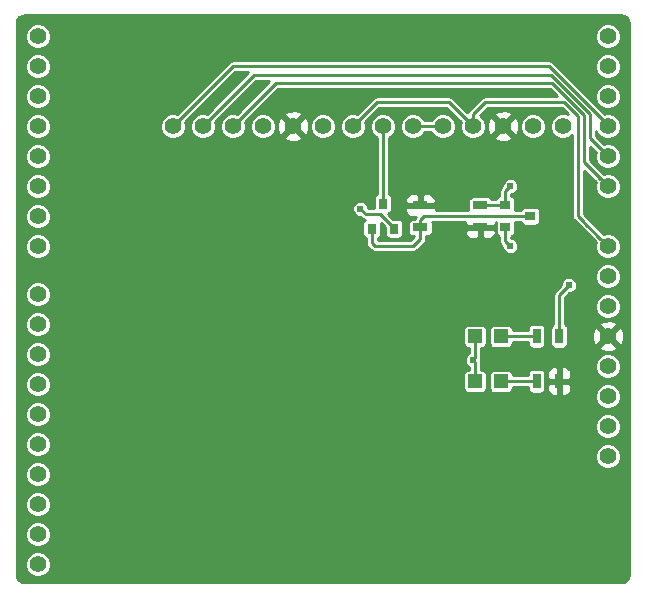
<source format=gbr>
G04 #@! TF.FileFunction,Copper,L1,Top,Signal*
%FSLAX46Y46*%
G04 Gerber Fmt 4.6, Leading zero omitted, Abs format (unit mm)*
G04 Created by KiCad (PCBNEW 4.0.7) date 11/20/17 17:17:03*
%MOMM*%
%LPD*%
G01*
G04 APERTURE LIST*
%ADD10C,0.100000*%
%ADD11C,1.420000*%
%ADD12R,0.800000X0.900000*%
%ADD13R,0.900000X0.800000*%
%ADD14R,1.300000X0.700000*%
%ADD15R,1.200000X1.200000*%
%ADD16R,0.700000X1.300000*%
%ADD17C,0.609600*%
%ADD18C,0.254000*%
G04 APERTURE END LIST*
D10*
D11*
X144780000Y-99060000D03*
X144780000Y-101600000D03*
X144780000Y-104140000D03*
X144780000Y-106680000D03*
X144780000Y-109220000D03*
X144780000Y-111760000D03*
X144780000Y-114300000D03*
X144780000Y-116840000D03*
X144780000Y-120904000D03*
X144780000Y-123444000D03*
X144780000Y-125984000D03*
X144780000Y-128524000D03*
X144780000Y-131064000D03*
X144780000Y-133604000D03*
X144780000Y-136144000D03*
X144780000Y-138684000D03*
X144780000Y-141224000D03*
X144780000Y-143764000D03*
X193040000Y-99060000D03*
X193040000Y-101600000D03*
X193040000Y-104140000D03*
X193040000Y-106680000D03*
X193040000Y-109220000D03*
X193040000Y-111760000D03*
X193040000Y-116840000D03*
X193040000Y-119380000D03*
X193040000Y-121920000D03*
X193040000Y-124460000D03*
X193040000Y-127000000D03*
X193040000Y-129540000D03*
X193040000Y-132080000D03*
X193040000Y-134620000D03*
D12*
X173040000Y-115350000D03*
X174940000Y-115350000D03*
X173990000Y-113250000D03*
D11*
X173990000Y-106680000D03*
X176530000Y-106680000D03*
X179070000Y-106680000D03*
X181610000Y-106680000D03*
X184150000Y-106680000D03*
X186690000Y-106680000D03*
X189230000Y-106680000D03*
D13*
X184370000Y-113350000D03*
X184370000Y-115250000D03*
X186470000Y-114300000D03*
D14*
X182245000Y-115250000D03*
X182245000Y-113350000D03*
X177165000Y-113350000D03*
X177165000Y-115250000D03*
D11*
X156210000Y-106680000D03*
X158750000Y-106680000D03*
X161290000Y-106680000D03*
X163830000Y-106680000D03*
X166370000Y-106680000D03*
X168910000Y-106680000D03*
X171450000Y-106680000D03*
D15*
X183980000Y-128270000D03*
X181780000Y-128270000D03*
X183980000Y-124460000D03*
X181780000Y-124460000D03*
D16*
X188910000Y-128270000D03*
X187010000Y-128270000D03*
X188910000Y-124460000D03*
X187010000Y-124460000D03*
D17*
X189738000Y-120142000D03*
X181610000Y-126492000D03*
X184785000Y-116840000D03*
X172085000Y-113665000D03*
X184785000Y-111760000D03*
D18*
X188910000Y-124460000D02*
X188910000Y-120970000D01*
X188910000Y-120970000D02*
X189738000Y-120142000D01*
X189357000Y-104648000D02*
X189484000Y-104775000D01*
X190500000Y-114300000D02*
X190500000Y-105791000D01*
X190500000Y-105791000D02*
X189484000Y-104775000D01*
X193040000Y-116840000D02*
X192330001Y-116130001D01*
X192330001Y-116130001D02*
X190500000Y-114300000D01*
X192330001Y-116130001D02*
X190754000Y-114554000D01*
X182637909Y-104648000D02*
X186690000Y-104648000D01*
X186690000Y-104648000D02*
X189357000Y-104648000D01*
X181610000Y-106680000D02*
X181610000Y-105675909D01*
X181610000Y-105675909D02*
X182637909Y-104648000D01*
X191135000Y-114935000D02*
X193040000Y-116840000D01*
X173482000Y-104648000D02*
X179578000Y-104648000D01*
X179578000Y-104648000D02*
X181610000Y-106680000D01*
X171450000Y-106680000D02*
X173482000Y-104648000D01*
X181780000Y-124460000D02*
X181780000Y-126322000D01*
X181780000Y-126322000D02*
X181610000Y-126492000D01*
X181780000Y-128270000D02*
X181780000Y-126662000D01*
X181780000Y-126662000D02*
X181610000Y-126492000D01*
X174940000Y-115350000D02*
X174940000Y-115300000D01*
X174940000Y-115300000D02*
X173721001Y-114081001D01*
X173721001Y-114081001D02*
X172501001Y-114081001D01*
X172501001Y-114081001D02*
X172384999Y-113964999D01*
X172384999Y-113964999D02*
X172085000Y-113665000D01*
X184370000Y-115250000D02*
X184370000Y-116425000D01*
X184370000Y-116425000D02*
X184785000Y-116840000D01*
X173990000Y-106680000D02*
X173990000Y-113250000D01*
X176530000Y-106680000D02*
X179070000Y-106680000D01*
X184370000Y-113350000D02*
X184370000Y-112175000D01*
X184370000Y-112175000D02*
X184785000Y-111760000D01*
X182245000Y-113350000D02*
X184370000Y-113350000D01*
X173040000Y-115350000D02*
X173040000Y-116525000D01*
X173040000Y-116525000D02*
X173355000Y-116840000D01*
X177165000Y-116205000D02*
X177165000Y-115250000D01*
X173355000Y-116840000D02*
X176530000Y-116840000D01*
X176530000Y-116840000D02*
X177165000Y-116205000D01*
X186470000Y-114300000D02*
X177511000Y-114300000D01*
X177511000Y-114300000D02*
X177165000Y-114646000D01*
X177165000Y-114646000D02*
X177165000Y-115250000D01*
X156210000Y-106680000D02*
X161290000Y-101600000D01*
X161290000Y-101600000D02*
X188033250Y-101600000D01*
X188033250Y-101600000D02*
X191922409Y-105489159D01*
X191922409Y-105489159D02*
X191925359Y-105489159D01*
X191925359Y-105489159D02*
X193040000Y-106603800D01*
X193040000Y-106603800D02*
X193040000Y-106680000D01*
X193040000Y-109220000D02*
X191516000Y-107696000D01*
X191516000Y-107696000D02*
X191516000Y-105657500D01*
X191516000Y-105657500D02*
X188220500Y-102362000D01*
X188220500Y-102362000D02*
X163068000Y-102362000D01*
X163068000Y-102362000D02*
X158750000Y-106680000D01*
X193040000Y-111760000D02*
X191008000Y-109728000D01*
X191008000Y-109728000D02*
X191008000Y-105724250D01*
X191008000Y-105724250D02*
X188332749Y-103048999D01*
X164921001Y-103048999D02*
X161290000Y-106680000D01*
X188332749Y-103048999D02*
X164921001Y-103048999D01*
X193040000Y-111760000D02*
X191262000Y-109982000D01*
X191948999Y-110668999D02*
X192330001Y-111050001D01*
X192330001Y-111050001D02*
X193040000Y-111760000D01*
X183980000Y-128270000D02*
X187010000Y-128270000D01*
X183980000Y-124460000D02*
X187010000Y-124460000D01*
G36*
X194425051Y-97332636D02*
X194630253Y-97469747D01*
X194767364Y-97674949D01*
X194818000Y-97929510D01*
X194818000Y-144640490D01*
X194767364Y-144895051D01*
X194630253Y-145100253D01*
X194425051Y-145237364D01*
X194170490Y-145288000D01*
X143649510Y-145288000D01*
X143394949Y-145237364D01*
X143189747Y-145100253D01*
X143052636Y-144895051D01*
X143002000Y-144640490D01*
X143002000Y-143980061D01*
X143688811Y-143980061D01*
X143854556Y-144381195D01*
X144161191Y-144688366D01*
X144562035Y-144854810D01*
X144996061Y-144855189D01*
X145397195Y-144689444D01*
X145704366Y-144382809D01*
X145870810Y-143981965D01*
X145871189Y-143547939D01*
X145705444Y-143146805D01*
X145398809Y-142839634D01*
X144997965Y-142673190D01*
X144563939Y-142672811D01*
X144162805Y-142838556D01*
X143855634Y-143145191D01*
X143689190Y-143546035D01*
X143688811Y-143980061D01*
X143002000Y-143980061D01*
X143002000Y-141440061D01*
X143688811Y-141440061D01*
X143854556Y-141841195D01*
X144161191Y-142148366D01*
X144562035Y-142314810D01*
X144996061Y-142315189D01*
X145397195Y-142149444D01*
X145704366Y-141842809D01*
X145870810Y-141441965D01*
X145871189Y-141007939D01*
X145705444Y-140606805D01*
X145398809Y-140299634D01*
X144997965Y-140133190D01*
X144563939Y-140132811D01*
X144162805Y-140298556D01*
X143855634Y-140605191D01*
X143689190Y-141006035D01*
X143688811Y-141440061D01*
X143002000Y-141440061D01*
X143002000Y-138900061D01*
X143688811Y-138900061D01*
X143854556Y-139301195D01*
X144161191Y-139608366D01*
X144562035Y-139774810D01*
X144996061Y-139775189D01*
X145397195Y-139609444D01*
X145704366Y-139302809D01*
X145870810Y-138901965D01*
X145871189Y-138467939D01*
X145705444Y-138066805D01*
X145398809Y-137759634D01*
X144997965Y-137593190D01*
X144563939Y-137592811D01*
X144162805Y-137758556D01*
X143855634Y-138065191D01*
X143689190Y-138466035D01*
X143688811Y-138900061D01*
X143002000Y-138900061D01*
X143002000Y-136360061D01*
X143688811Y-136360061D01*
X143854556Y-136761195D01*
X144161191Y-137068366D01*
X144562035Y-137234810D01*
X144996061Y-137235189D01*
X145397195Y-137069444D01*
X145704366Y-136762809D01*
X145870810Y-136361965D01*
X145871189Y-135927939D01*
X145705444Y-135526805D01*
X145398809Y-135219634D01*
X144997965Y-135053190D01*
X144563939Y-135052811D01*
X144162805Y-135218556D01*
X143855634Y-135525191D01*
X143689190Y-135926035D01*
X143688811Y-136360061D01*
X143002000Y-136360061D01*
X143002000Y-134836061D01*
X191948811Y-134836061D01*
X192114556Y-135237195D01*
X192421191Y-135544366D01*
X192822035Y-135710810D01*
X193256061Y-135711189D01*
X193657195Y-135545444D01*
X193964366Y-135238809D01*
X194130810Y-134837965D01*
X194131189Y-134403939D01*
X193965444Y-134002805D01*
X193658809Y-133695634D01*
X193257965Y-133529190D01*
X192823939Y-133528811D01*
X192422805Y-133694556D01*
X192115634Y-134001191D01*
X191949190Y-134402035D01*
X191948811Y-134836061D01*
X143002000Y-134836061D01*
X143002000Y-133820061D01*
X143688811Y-133820061D01*
X143854556Y-134221195D01*
X144161191Y-134528366D01*
X144562035Y-134694810D01*
X144996061Y-134695189D01*
X145397195Y-134529444D01*
X145704366Y-134222809D01*
X145870810Y-133821965D01*
X145871189Y-133387939D01*
X145705444Y-132986805D01*
X145398809Y-132679634D01*
X144997965Y-132513190D01*
X144563939Y-132512811D01*
X144162805Y-132678556D01*
X143855634Y-132985191D01*
X143689190Y-133386035D01*
X143688811Y-133820061D01*
X143002000Y-133820061D01*
X143002000Y-132296061D01*
X191948811Y-132296061D01*
X192114556Y-132697195D01*
X192421191Y-133004366D01*
X192822035Y-133170810D01*
X193256061Y-133171189D01*
X193657195Y-133005444D01*
X193964366Y-132698809D01*
X194130810Y-132297965D01*
X194131189Y-131863939D01*
X193965444Y-131462805D01*
X193658809Y-131155634D01*
X193257965Y-130989190D01*
X192823939Y-130988811D01*
X192422805Y-131154556D01*
X192115634Y-131461191D01*
X191949190Y-131862035D01*
X191948811Y-132296061D01*
X143002000Y-132296061D01*
X143002000Y-131280061D01*
X143688811Y-131280061D01*
X143854556Y-131681195D01*
X144161191Y-131988366D01*
X144562035Y-132154810D01*
X144996061Y-132155189D01*
X145397195Y-131989444D01*
X145704366Y-131682809D01*
X145870810Y-131281965D01*
X145871189Y-130847939D01*
X145705444Y-130446805D01*
X145398809Y-130139634D01*
X144997965Y-129973190D01*
X144563939Y-129972811D01*
X144162805Y-130138556D01*
X143855634Y-130445191D01*
X143689190Y-130846035D01*
X143688811Y-131280061D01*
X143002000Y-131280061D01*
X143002000Y-129756061D01*
X191948811Y-129756061D01*
X192114556Y-130157195D01*
X192421191Y-130464366D01*
X192822035Y-130630810D01*
X193256061Y-130631189D01*
X193657195Y-130465444D01*
X193964366Y-130158809D01*
X194130810Y-129757965D01*
X194131189Y-129323939D01*
X193965444Y-128922805D01*
X193658809Y-128615634D01*
X193257965Y-128449190D01*
X192823939Y-128448811D01*
X192422805Y-128614556D01*
X192115634Y-128921191D01*
X191949190Y-129322035D01*
X191948811Y-129756061D01*
X143002000Y-129756061D01*
X143002000Y-128740061D01*
X143688811Y-128740061D01*
X143854556Y-129141195D01*
X144161191Y-129448366D01*
X144562035Y-129614810D01*
X144996061Y-129615189D01*
X145397195Y-129449444D01*
X145704366Y-129142809D01*
X145870810Y-128741965D01*
X145871189Y-128307939D01*
X145705444Y-127906805D01*
X145398809Y-127599634D01*
X144997965Y-127433190D01*
X144563939Y-127432811D01*
X144162805Y-127598556D01*
X143855634Y-127905191D01*
X143689190Y-128306035D01*
X143688811Y-128740061D01*
X143002000Y-128740061D01*
X143002000Y-126200061D01*
X143688811Y-126200061D01*
X143854556Y-126601195D01*
X144161191Y-126908366D01*
X144562035Y-127074810D01*
X144996061Y-127075189D01*
X145397195Y-126909444D01*
X145704366Y-126602809D01*
X145870810Y-126201965D01*
X145871189Y-125767939D01*
X145705444Y-125366805D01*
X145398809Y-125059634D01*
X144997965Y-124893190D01*
X144563939Y-124892811D01*
X144162805Y-125058556D01*
X143855634Y-125365191D01*
X143689190Y-125766035D01*
X143688811Y-126200061D01*
X143002000Y-126200061D01*
X143002000Y-123660061D01*
X143688811Y-123660061D01*
X143854556Y-124061195D01*
X144161191Y-124368366D01*
X144562035Y-124534810D01*
X144996061Y-124535189D01*
X145397195Y-124369444D01*
X145704366Y-124062809D01*
X145788579Y-123860000D01*
X180791536Y-123860000D01*
X180791536Y-125060000D01*
X180818103Y-125201190D01*
X180901546Y-125330865D01*
X181028866Y-125417859D01*
X181180000Y-125448464D01*
X181272000Y-125448464D01*
X181272000Y-125889622D01*
X181222033Y-125910268D01*
X181028946Y-126103018D01*
X180924319Y-126354987D01*
X180924081Y-126627816D01*
X181028268Y-126879967D01*
X181221018Y-127073054D01*
X181272000Y-127094224D01*
X181272000Y-127281536D01*
X181180000Y-127281536D01*
X181038810Y-127308103D01*
X180909135Y-127391546D01*
X180822141Y-127518866D01*
X180791536Y-127670000D01*
X180791536Y-128870000D01*
X180818103Y-129011190D01*
X180901546Y-129140865D01*
X181028866Y-129227859D01*
X181180000Y-129258464D01*
X182380000Y-129258464D01*
X182521190Y-129231897D01*
X182650865Y-129148454D01*
X182737859Y-129021134D01*
X182768464Y-128870000D01*
X182768464Y-127670000D01*
X182991536Y-127670000D01*
X182991536Y-128870000D01*
X183018103Y-129011190D01*
X183101546Y-129140865D01*
X183228866Y-129227859D01*
X183380000Y-129258464D01*
X184580000Y-129258464D01*
X184721190Y-129231897D01*
X184850865Y-129148454D01*
X184937859Y-129021134D01*
X184968464Y-128870000D01*
X184968464Y-128778000D01*
X186271536Y-128778000D01*
X186271536Y-128920000D01*
X186298103Y-129061190D01*
X186381546Y-129190865D01*
X186508866Y-129277859D01*
X186660000Y-129308464D01*
X187360000Y-129308464D01*
X187501190Y-129281897D01*
X187630865Y-129198454D01*
X187717859Y-129071134D01*
X187748464Y-128920000D01*
X187748464Y-128555750D01*
X187925000Y-128555750D01*
X187925000Y-129046310D01*
X188021673Y-129279699D01*
X188200302Y-129458327D01*
X188433691Y-129555000D01*
X188624250Y-129555000D01*
X188783000Y-129396250D01*
X188783000Y-128397000D01*
X189037000Y-128397000D01*
X189037000Y-129396250D01*
X189195750Y-129555000D01*
X189386309Y-129555000D01*
X189619698Y-129458327D01*
X189798327Y-129279699D01*
X189895000Y-129046310D01*
X189895000Y-128555750D01*
X189736250Y-128397000D01*
X189037000Y-128397000D01*
X188783000Y-128397000D01*
X188083750Y-128397000D01*
X187925000Y-128555750D01*
X187748464Y-128555750D01*
X187748464Y-127620000D01*
X187724697Y-127493690D01*
X187925000Y-127493690D01*
X187925000Y-127984250D01*
X188083750Y-128143000D01*
X188783000Y-128143000D01*
X188783000Y-127143750D01*
X189037000Y-127143750D01*
X189037000Y-128143000D01*
X189736250Y-128143000D01*
X189895000Y-127984250D01*
X189895000Y-127493690D01*
X189798327Y-127260301D01*
X189754087Y-127216061D01*
X191948811Y-127216061D01*
X192114556Y-127617195D01*
X192421191Y-127924366D01*
X192822035Y-128090810D01*
X193256061Y-128091189D01*
X193657195Y-127925444D01*
X193964366Y-127618809D01*
X194130810Y-127217965D01*
X194131189Y-126783939D01*
X193965444Y-126382805D01*
X193658809Y-126075634D01*
X193257965Y-125909190D01*
X192823939Y-125908811D01*
X192422805Y-126074556D01*
X192115634Y-126381191D01*
X191949190Y-126782035D01*
X191948811Y-127216061D01*
X189754087Y-127216061D01*
X189619698Y-127081673D01*
X189386309Y-126985000D01*
X189195750Y-126985000D01*
X189037000Y-127143750D01*
X188783000Y-127143750D01*
X188624250Y-126985000D01*
X188433691Y-126985000D01*
X188200302Y-127081673D01*
X188021673Y-127260301D01*
X187925000Y-127493690D01*
X187724697Y-127493690D01*
X187721897Y-127478810D01*
X187638454Y-127349135D01*
X187511134Y-127262141D01*
X187360000Y-127231536D01*
X186660000Y-127231536D01*
X186518810Y-127258103D01*
X186389135Y-127341546D01*
X186302141Y-127468866D01*
X186271536Y-127620000D01*
X186271536Y-127762000D01*
X184968464Y-127762000D01*
X184968464Y-127670000D01*
X184941897Y-127528810D01*
X184858454Y-127399135D01*
X184731134Y-127312141D01*
X184580000Y-127281536D01*
X183380000Y-127281536D01*
X183238810Y-127308103D01*
X183109135Y-127391546D01*
X183022141Y-127518866D01*
X182991536Y-127670000D01*
X182768464Y-127670000D01*
X182741897Y-127528810D01*
X182658454Y-127399135D01*
X182531134Y-127312141D01*
X182380000Y-127281536D01*
X182288000Y-127281536D01*
X182288000Y-126662000D01*
X182286051Y-126652204D01*
X182295681Y-126629013D01*
X182295919Y-126356184D01*
X182285983Y-126332138D01*
X182288000Y-126322000D01*
X182288000Y-125448464D01*
X182380000Y-125448464D01*
X182521190Y-125421897D01*
X182650865Y-125338454D01*
X182737859Y-125211134D01*
X182768464Y-125060000D01*
X182768464Y-123860000D01*
X182991536Y-123860000D01*
X182991536Y-125060000D01*
X183018103Y-125201190D01*
X183101546Y-125330865D01*
X183228866Y-125417859D01*
X183380000Y-125448464D01*
X184580000Y-125448464D01*
X184721190Y-125421897D01*
X184850865Y-125338454D01*
X184937859Y-125211134D01*
X184968464Y-125060000D01*
X184968464Y-124968000D01*
X186271536Y-124968000D01*
X186271536Y-125110000D01*
X186298103Y-125251190D01*
X186381546Y-125380865D01*
X186508866Y-125467859D01*
X186660000Y-125498464D01*
X187360000Y-125498464D01*
X187501190Y-125471897D01*
X187630865Y-125388454D01*
X187717859Y-125261134D01*
X187748464Y-125110000D01*
X187748464Y-123810000D01*
X188171536Y-123810000D01*
X188171536Y-125110000D01*
X188198103Y-125251190D01*
X188281546Y-125380865D01*
X188408866Y-125467859D01*
X188560000Y-125498464D01*
X189260000Y-125498464D01*
X189401190Y-125471897D01*
X189508997Y-125402525D01*
X192277081Y-125402525D01*
X192340150Y-125639327D01*
X192844732Y-125817377D01*
X193379041Y-125788779D01*
X193739850Y-125639327D01*
X193802919Y-125402525D01*
X193040000Y-124639605D01*
X192277081Y-125402525D01*
X189508997Y-125402525D01*
X189530865Y-125388454D01*
X189617859Y-125261134D01*
X189648464Y-125110000D01*
X189648464Y-124264732D01*
X191682623Y-124264732D01*
X191711221Y-124799041D01*
X191860673Y-125159850D01*
X192097475Y-125222919D01*
X192860395Y-124460000D01*
X193219605Y-124460000D01*
X193982525Y-125222919D01*
X194219327Y-125159850D01*
X194397377Y-124655268D01*
X194368779Y-124120959D01*
X194219327Y-123760150D01*
X193982525Y-123697081D01*
X193219605Y-124460000D01*
X192860395Y-124460000D01*
X192097475Y-123697081D01*
X191860673Y-123760150D01*
X191682623Y-124264732D01*
X189648464Y-124264732D01*
X189648464Y-123810000D01*
X189621897Y-123668810D01*
X189538454Y-123539135D01*
X189506754Y-123517475D01*
X192277081Y-123517475D01*
X193040000Y-124280395D01*
X193802919Y-123517475D01*
X193739850Y-123280673D01*
X193235268Y-123102623D01*
X192700959Y-123131221D01*
X192340150Y-123280673D01*
X192277081Y-123517475D01*
X189506754Y-123517475D01*
X189418000Y-123456832D01*
X189418000Y-122136061D01*
X191948811Y-122136061D01*
X192114556Y-122537195D01*
X192421191Y-122844366D01*
X192822035Y-123010810D01*
X193256061Y-123011189D01*
X193657195Y-122845444D01*
X193964366Y-122538809D01*
X194130810Y-122137965D01*
X194131189Y-121703939D01*
X193965444Y-121302805D01*
X193658809Y-120995634D01*
X193257965Y-120829190D01*
X192823939Y-120828811D01*
X192422805Y-120994556D01*
X192115634Y-121301191D01*
X191949190Y-121702035D01*
X191948811Y-122136061D01*
X189418000Y-122136061D01*
X189418000Y-121180420D01*
X189770591Y-120827829D01*
X189873816Y-120827919D01*
X190125967Y-120723732D01*
X190319054Y-120530982D01*
X190423681Y-120279013D01*
X190423919Y-120006184D01*
X190319732Y-119754033D01*
X190162036Y-119596061D01*
X191948811Y-119596061D01*
X192114556Y-119997195D01*
X192421191Y-120304366D01*
X192822035Y-120470810D01*
X193256061Y-120471189D01*
X193657195Y-120305444D01*
X193964366Y-119998809D01*
X194130810Y-119597965D01*
X194131189Y-119163939D01*
X193965444Y-118762805D01*
X193658809Y-118455634D01*
X193257965Y-118289190D01*
X192823939Y-118288811D01*
X192422805Y-118454556D01*
X192115634Y-118761191D01*
X191949190Y-119162035D01*
X191948811Y-119596061D01*
X190162036Y-119596061D01*
X190126982Y-119560946D01*
X189875013Y-119456319D01*
X189602184Y-119456081D01*
X189350033Y-119560268D01*
X189156946Y-119753018D01*
X189052319Y-120004987D01*
X189052228Y-120109352D01*
X188550790Y-120610790D01*
X188440669Y-120775597D01*
X188402000Y-120970000D01*
X188402000Y-123458920D01*
X188289135Y-123531546D01*
X188202141Y-123658866D01*
X188171536Y-123810000D01*
X187748464Y-123810000D01*
X187721897Y-123668810D01*
X187638454Y-123539135D01*
X187511134Y-123452141D01*
X187360000Y-123421536D01*
X186660000Y-123421536D01*
X186518810Y-123448103D01*
X186389135Y-123531546D01*
X186302141Y-123658866D01*
X186271536Y-123810000D01*
X186271536Y-123952000D01*
X184968464Y-123952000D01*
X184968464Y-123860000D01*
X184941897Y-123718810D01*
X184858454Y-123589135D01*
X184731134Y-123502141D01*
X184580000Y-123471536D01*
X183380000Y-123471536D01*
X183238810Y-123498103D01*
X183109135Y-123581546D01*
X183022141Y-123708866D01*
X182991536Y-123860000D01*
X182768464Y-123860000D01*
X182741897Y-123718810D01*
X182658454Y-123589135D01*
X182531134Y-123502141D01*
X182380000Y-123471536D01*
X181180000Y-123471536D01*
X181038810Y-123498103D01*
X180909135Y-123581546D01*
X180822141Y-123708866D01*
X180791536Y-123860000D01*
X145788579Y-123860000D01*
X145870810Y-123661965D01*
X145871189Y-123227939D01*
X145705444Y-122826805D01*
X145398809Y-122519634D01*
X144997965Y-122353190D01*
X144563939Y-122352811D01*
X144162805Y-122518556D01*
X143855634Y-122825191D01*
X143689190Y-123226035D01*
X143688811Y-123660061D01*
X143002000Y-123660061D01*
X143002000Y-121120061D01*
X143688811Y-121120061D01*
X143854556Y-121521195D01*
X144161191Y-121828366D01*
X144562035Y-121994810D01*
X144996061Y-121995189D01*
X145397195Y-121829444D01*
X145704366Y-121522809D01*
X145870810Y-121121965D01*
X145871189Y-120687939D01*
X145705444Y-120286805D01*
X145398809Y-119979634D01*
X144997965Y-119813190D01*
X144563939Y-119812811D01*
X144162805Y-119978556D01*
X143855634Y-120285191D01*
X143689190Y-120686035D01*
X143688811Y-121120061D01*
X143002000Y-121120061D01*
X143002000Y-117056061D01*
X143688811Y-117056061D01*
X143854556Y-117457195D01*
X144161191Y-117764366D01*
X144562035Y-117930810D01*
X144996061Y-117931189D01*
X145397195Y-117765444D01*
X145704366Y-117458809D01*
X145870810Y-117057965D01*
X145871189Y-116623939D01*
X145705444Y-116222805D01*
X145398809Y-115915634D01*
X144997965Y-115749190D01*
X144563939Y-115748811D01*
X144162805Y-115914556D01*
X143855634Y-116221191D01*
X143689190Y-116622035D01*
X143688811Y-117056061D01*
X143002000Y-117056061D01*
X143002000Y-114516061D01*
X143688811Y-114516061D01*
X143854556Y-114917195D01*
X144161191Y-115224366D01*
X144562035Y-115390810D01*
X144996061Y-115391189D01*
X145397195Y-115225444D01*
X145704366Y-114918809D01*
X145870810Y-114517965D01*
X145871189Y-114083939D01*
X145754206Y-113800816D01*
X171399081Y-113800816D01*
X171503268Y-114052967D01*
X171696018Y-114246054D01*
X171947987Y-114350681D01*
X172052352Y-114350772D01*
X172141791Y-114440212D01*
X172288296Y-114538103D01*
X172306598Y-114550332D01*
X172438906Y-114576650D01*
X172369135Y-114621546D01*
X172282141Y-114748866D01*
X172251536Y-114900000D01*
X172251536Y-115800000D01*
X172278103Y-115941190D01*
X172361546Y-116070865D01*
X172488866Y-116157859D01*
X172532000Y-116166594D01*
X172532000Y-116525000D01*
X172570669Y-116719403D01*
X172680790Y-116884210D01*
X172995790Y-117199210D01*
X173160596Y-117309331D01*
X173192850Y-117315746D01*
X173355000Y-117348000D01*
X176530000Y-117348000D01*
X176724403Y-117309331D01*
X176889210Y-117199210D01*
X177524211Y-116564210D01*
X177634331Y-116399403D01*
X177673000Y-116205000D01*
X177673000Y-115988464D01*
X177815000Y-115988464D01*
X177956190Y-115961897D01*
X178085865Y-115878454D01*
X178172859Y-115751134D01*
X178203464Y-115600000D01*
X178203464Y-115535750D01*
X180960000Y-115535750D01*
X180960000Y-115726309D01*
X181056673Y-115959698D01*
X181235301Y-116138327D01*
X181468690Y-116235000D01*
X181959250Y-116235000D01*
X182118000Y-116076250D01*
X182118000Y-115377000D01*
X182372000Y-115377000D01*
X182372000Y-116076250D01*
X182530750Y-116235000D01*
X183021310Y-116235000D01*
X183254699Y-116138327D01*
X183433327Y-115959698D01*
X183530000Y-115726309D01*
X183530000Y-115535750D01*
X183371250Y-115377000D01*
X182372000Y-115377000D01*
X182118000Y-115377000D01*
X181118750Y-115377000D01*
X180960000Y-115535750D01*
X178203464Y-115535750D01*
X178203464Y-114900000D01*
X178186153Y-114808000D01*
X180960000Y-114808000D01*
X180960000Y-114964250D01*
X181118750Y-115123000D01*
X182118000Y-115123000D01*
X182118000Y-115103000D01*
X182372000Y-115103000D01*
X182372000Y-115123000D01*
X183371250Y-115123000D01*
X183530000Y-114964250D01*
X183530000Y-114808000D01*
X183540041Y-114808000D01*
X183531536Y-114850000D01*
X183531536Y-115650000D01*
X183558103Y-115791190D01*
X183641546Y-115920865D01*
X183768866Y-116007859D01*
X183862000Y-116026719D01*
X183862000Y-116425000D01*
X183900669Y-116619403D01*
X184010790Y-116784210D01*
X184099171Y-116872591D01*
X184099081Y-116975816D01*
X184203268Y-117227967D01*
X184396018Y-117421054D01*
X184647987Y-117525681D01*
X184920816Y-117525919D01*
X185172967Y-117421732D01*
X185366054Y-117228982D01*
X185470681Y-116977013D01*
X185470919Y-116704184D01*
X185366732Y-116452033D01*
X185173982Y-116258946D01*
X184922013Y-116154319D01*
X184878000Y-116154281D01*
X184878000Y-116027550D01*
X184961190Y-116011897D01*
X185090865Y-115928454D01*
X185177859Y-115801134D01*
X185208464Y-115650000D01*
X185208464Y-114850000D01*
X185200561Y-114808000D01*
X185651858Y-114808000D01*
X185658103Y-114841190D01*
X185741546Y-114970865D01*
X185868866Y-115057859D01*
X186020000Y-115088464D01*
X186920000Y-115088464D01*
X187061190Y-115061897D01*
X187190865Y-114978454D01*
X187277859Y-114851134D01*
X187308464Y-114700000D01*
X187308464Y-113900000D01*
X187281897Y-113758810D01*
X187198454Y-113629135D01*
X187071134Y-113542141D01*
X186920000Y-113511536D01*
X186020000Y-113511536D01*
X185878810Y-113538103D01*
X185749135Y-113621546D01*
X185662141Y-113748866D01*
X185653406Y-113792000D01*
X185199959Y-113792000D01*
X185208464Y-113750000D01*
X185208464Y-112950000D01*
X185181897Y-112808810D01*
X185098454Y-112679135D01*
X184971134Y-112592141D01*
X184878000Y-112573281D01*
X184878000Y-112445882D01*
X184920816Y-112445919D01*
X185172967Y-112341732D01*
X185366054Y-112148982D01*
X185470681Y-111897013D01*
X185470919Y-111624184D01*
X185366732Y-111372033D01*
X185173982Y-111178946D01*
X184922013Y-111074319D01*
X184649184Y-111074081D01*
X184397033Y-111178268D01*
X184203946Y-111371018D01*
X184099319Y-111622987D01*
X184099228Y-111727352D01*
X184010790Y-111815790D01*
X183900669Y-111980597D01*
X183862000Y-112175000D01*
X183862000Y-112572450D01*
X183778810Y-112588103D01*
X183649135Y-112671546D01*
X183562141Y-112798866D01*
X183553406Y-112842000D01*
X183246080Y-112842000D01*
X183173454Y-112729135D01*
X183046134Y-112642141D01*
X182895000Y-112611536D01*
X181595000Y-112611536D01*
X181453810Y-112638103D01*
X181324135Y-112721546D01*
X181237141Y-112848866D01*
X181206536Y-113000000D01*
X181206536Y-113700000D01*
X181223847Y-113792000D01*
X178450000Y-113792000D01*
X178450000Y-113635750D01*
X178291250Y-113477000D01*
X177292000Y-113477000D01*
X177292000Y-113497000D01*
X177038000Y-113497000D01*
X177038000Y-113477000D01*
X176038750Y-113477000D01*
X175880000Y-113635750D01*
X175880000Y-113826309D01*
X175976673Y-114059698D01*
X176155301Y-114238327D01*
X176388690Y-114335000D01*
X176773577Y-114335000D01*
X176695669Y-114451597D01*
X176683746Y-114511536D01*
X176515000Y-114511536D01*
X176373810Y-114538103D01*
X176244135Y-114621546D01*
X176157141Y-114748866D01*
X176126536Y-114900000D01*
X176126536Y-115600000D01*
X176153103Y-115741190D01*
X176236546Y-115870865D01*
X176363866Y-115957859D01*
X176515000Y-115988464D01*
X176657000Y-115988464D01*
X176657000Y-115994579D01*
X176319580Y-116332000D01*
X173565420Y-116332000D01*
X173548000Y-116314580D01*
X173548000Y-116168142D01*
X173581190Y-116161897D01*
X173710865Y-116078454D01*
X173797859Y-115951134D01*
X173828464Y-115800000D01*
X173828464Y-114906884D01*
X174151536Y-115229956D01*
X174151536Y-115800000D01*
X174178103Y-115941190D01*
X174261546Y-116070865D01*
X174388866Y-116157859D01*
X174540000Y-116188464D01*
X175340000Y-116188464D01*
X175481190Y-116161897D01*
X175610865Y-116078454D01*
X175697859Y-115951134D01*
X175728464Y-115800000D01*
X175728464Y-114900000D01*
X175701897Y-114758810D01*
X175618454Y-114629135D01*
X175491134Y-114542141D01*
X175340000Y-114511536D01*
X174869956Y-114511536D01*
X174437876Y-114079456D01*
X174531190Y-114061897D01*
X174660865Y-113978454D01*
X174747859Y-113851134D01*
X174778464Y-113700000D01*
X174778464Y-112873691D01*
X175880000Y-112873691D01*
X175880000Y-113064250D01*
X176038750Y-113223000D01*
X177038000Y-113223000D01*
X177038000Y-112523750D01*
X177292000Y-112523750D01*
X177292000Y-113223000D01*
X178291250Y-113223000D01*
X178450000Y-113064250D01*
X178450000Y-112873691D01*
X178353327Y-112640302D01*
X178174699Y-112461673D01*
X177941310Y-112365000D01*
X177450750Y-112365000D01*
X177292000Y-112523750D01*
X177038000Y-112523750D01*
X176879250Y-112365000D01*
X176388690Y-112365000D01*
X176155301Y-112461673D01*
X175976673Y-112640302D01*
X175880000Y-112873691D01*
X174778464Y-112873691D01*
X174778464Y-112800000D01*
X174751897Y-112658810D01*
X174668454Y-112529135D01*
X174541134Y-112442141D01*
X174498000Y-112433406D01*
X174498000Y-107650562D01*
X174607195Y-107605444D01*
X174914366Y-107298809D01*
X175080810Y-106897965D01*
X175080811Y-106896061D01*
X175438811Y-106896061D01*
X175604556Y-107297195D01*
X175911191Y-107604366D01*
X176312035Y-107770810D01*
X176746061Y-107771189D01*
X177147195Y-107605444D01*
X177454366Y-107298809D01*
X177500378Y-107188000D01*
X178099438Y-107188000D01*
X178144556Y-107297195D01*
X178451191Y-107604366D01*
X178852035Y-107770810D01*
X179286061Y-107771189D01*
X179687195Y-107605444D01*
X179994366Y-107298809D01*
X180160810Y-106897965D01*
X180161189Y-106463939D01*
X179995444Y-106062805D01*
X179688809Y-105755634D01*
X179287965Y-105589190D01*
X178853939Y-105588811D01*
X178452805Y-105754556D01*
X178145634Y-106061191D01*
X178099622Y-106172000D01*
X177500562Y-106172000D01*
X177455444Y-106062805D01*
X177148809Y-105755634D01*
X176747965Y-105589190D01*
X176313939Y-105588811D01*
X175912805Y-105754556D01*
X175605634Y-106061191D01*
X175439190Y-106462035D01*
X175438811Y-106896061D01*
X175080811Y-106896061D01*
X175081189Y-106463939D01*
X174915444Y-106062805D01*
X174608809Y-105755634D01*
X174207965Y-105589190D01*
X173773939Y-105588811D01*
X173372805Y-105754556D01*
X173065634Y-106061191D01*
X172899190Y-106462035D01*
X172898811Y-106896061D01*
X173064556Y-107297195D01*
X173371191Y-107604366D01*
X173482000Y-107650378D01*
X173482000Y-112431858D01*
X173448810Y-112438103D01*
X173319135Y-112521546D01*
X173232141Y-112648866D01*
X173201536Y-112800000D01*
X173201536Y-113573001D01*
X172770881Y-113573001D01*
X172770919Y-113529184D01*
X172666732Y-113277033D01*
X172473982Y-113083946D01*
X172222013Y-112979319D01*
X171949184Y-112979081D01*
X171697033Y-113083268D01*
X171503946Y-113276018D01*
X171399319Y-113527987D01*
X171399081Y-113800816D01*
X145754206Y-113800816D01*
X145705444Y-113682805D01*
X145398809Y-113375634D01*
X144997965Y-113209190D01*
X144563939Y-113208811D01*
X144162805Y-113374556D01*
X143855634Y-113681191D01*
X143689190Y-114082035D01*
X143688811Y-114516061D01*
X143002000Y-114516061D01*
X143002000Y-111976061D01*
X143688811Y-111976061D01*
X143854556Y-112377195D01*
X144161191Y-112684366D01*
X144562035Y-112850810D01*
X144996061Y-112851189D01*
X145397195Y-112685444D01*
X145704366Y-112378809D01*
X145870810Y-111977965D01*
X145871189Y-111543939D01*
X145705444Y-111142805D01*
X145398809Y-110835634D01*
X144997965Y-110669190D01*
X144563939Y-110668811D01*
X144162805Y-110834556D01*
X143855634Y-111141191D01*
X143689190Y-111542035D01*
X143688811Y-111976061D01*
X143002000Y-111976061D01*
X143002000Y-109436061D01*
X143688811Y-109436061D01*
X143854556Y-109837195D01*
X144161191Y-110144366D01*
X144562035Y-110310810D01*
X144996061Y-110311189D01*
X145397195Y-110145444D01*
X145704366Y-109838809D01*
X145870810Y-109437965D01*
X145871189Y-109003939D01*
X145705444Y-108602805D01*
X145398809Y-108295634D01*
X144997965Y-108129190D01*
X144563939Y-108128811D01*
X144162805Y-108294556D01*
X143855634Y-108601191D01*
X143689190Y-109002035D01*
X143688811Y-109436061D01*
X143002000Y-109436061D01*
X143002000Y-106896061D01*
X143688811Y-106896061D01*
X143854556Y-107297195D01*
X144161191Y-107604366D01*
X144562035Y-107770810D01*
X144996061Y-107771189D01*
X145397195Y-107605444D01*
X145704366Y-107298809D01*
X145870810Y-106897965D01*
X145870811Y-106896061D01*
X155118811Y-106896061D01*
X155284556Y-107297195D01*
X155591191Y-107604366D01*
X155992035Y-107770810D01*
X156426061Y-107771189D01*
X156827195Y-107605444D01*
X157134366Y-107298809D01*
X157300810Y-106897965D01*
X157301189Y-106463939D01*
X157255370Y-106353050D01*
X161500420Y-102108000D01*
X162603580Y-102108000D01*
X159077081Y-105634499D01*
X158967965Y-105589190D01*
X158533939Y-105588811D01*
X158132805Y-105754556D01*
X157825634Y-106061191D01*
X157659190Y-106462035D01*
X157658811Y-106896061D01*
X157824556Y-107297195D01*
X158131191Y-107604366D01*
X158532035Y-107770810D01*
X158966061Y-107771189D01*
X159367195Y-107605444D01*
X159674366Y-107298809D01*
X159840810Y-106897965D01*
X159841189Y-106463939D01*
X159795370Y-106353050D01*
X163278420Y-102870000D01*
X164381580Y-102870000D01*
X161617081Y-105634499D01*
X161507965Y-105589190D01*
X161073939Y-105588811D01*
X160672805Y-105754556D01*
X160365634Y-106061191D01*
X160199190Y-106462035D01*
X160198811Y-106896061D01*
X160364556Y-107297195D01*
X160671191Y-107604366D01*
X161072035Y-107770810D01*
X161506061Y-107771189D01*
X161907195Y-107605444D01*
X162214366Y-107298809D01*
X162380810Y-106897965D01*
X162380811Y-106896061D01*
X162738811Y-106896061D01*
X162904556Y-107297195D01*
X163211191Y-107604366D01*
X163612035Y-107770810D01*
X164046061Y-107771189D01*
X164405855Y-107622525D01*
X165607081Y-107622525D01*
X165670150Y-107859327D01*
X166174732Y-108037377D01*
X166709041Y-108008779D01*
X167069850Y-107859327D01*
X167132919Y-107622525D01*
X166370000Y-106859605D01*
X165607081Y-107622525D01*
X164405855Y-107622525D01*
X164447195Y-107605444D01*
X164754366Y-107298809D01*
X164920810Y-106897965D01*
X164921170Y-106484732D01*
X165012623Y-106484732D01*
X165041221Y-107019041D01*
X165190673Y-107379850D01*
X165427475Y-107442919D01*
X166190395Y-106680000D01*
X166549605Y-106680000D01*
X167312525Y-107442919D01*
X167549327Y-107379850D01*
X167720039Y-106896061D01*
X167818811Y-106896061D01*
X167984556Y-107297195D01*
X168291191Y-107604366D01*
X168692035Y-107770810D01*
X169126061Y-107771189D01*
X169527195Y-107605444D01*
X169834366Y-107298809D01*
X170000810Y-106897965D01*
X170001189Y-106463939D01*
X169835444Y-106062805D01*
X169528809Y-105755634D01*
X169127965Y-105589190D01*
X168693939Y-105588811D01*
X168292805Y-105754556D01*
X167985634Y-106061191D01*
X167819190Y-106462035D01*
X167818811Y-106896061D01*
X167720039Y-106896061D01*
X167727377Y-106875268D01*
X167698779Y-106340959D01*
X167549327Y-105980150D01*
X167312525Y-105917081D01*
X166549605Y-106680000D01*
X166190395Y-106680000D01*
X165427475Y-105917081D01*
X165190673Y-105980150D01*
X165012623Y-106484732D01*
X164921170Y-106484732D01*
X164921189Y-106463939D01*
X164755444Y-106062805D01*
X164448809Y-105755634D01*
X164405078Y-105737475D01*
X165607081Y-105737475D01*
X166370000Y-106500395D01*
X167132919Y-105737475D01*
X167069850Y-105500673D01*
X166565268Y-105322623D01*
X166030959Y-105351221D01*
X165670150Y-105500673D01*
X165607081Y-105737475D01*
X164405078Y-105737475D01*
X164047965Y-105589190D01*
X163613939Y-105588811D01*
X163212805Y-105754556D01*
X162905634Y-106061191D01*
X162739190Y-106462035D01*
X162738811Y-106896061D01*
X162380811Y-106896061D01*
X162381189Y-106463939D01*
X162335370Y-106353050D01*
X165131421Y-103556999D01*
X188122329Y-103556999D01*
X188705330Y-104140000D01*
X182637909Y-104140000D01*
X182443506Y-104178669D01*
X182278699Y-104288790D01*
X181250790Y-105316699D01*
X181140669Y-105481506D01*
X181138887Y-105490467D01*
X179937210Y-104288790D01*
X179772403Y-104178669D01*
X179578000Y-104140000D01*
X173482000Y-104140000D01*
X173287597Y-104178669D01*
X173122790Y-104288790D01*
X171777081Y-105634499D01*
X171667965Y-105589190D01*
X171233939Y-105588811D01*
X170832805Y-105754556D01*
X170525634Y-106061191D01*
X170359190Y-106462035D01*
X170358811Y-106896061D01*
X170524556Y-107297195D01*
X170831191Y-107604366D01*
X171232035Y-107770810D01*
X171666061Y-107771189D01*
X172067195Y-107605444D01*
X172374366Y-107298809D01*
X172540810Y-106897965D01*
X172541189Y-106463939D01*
X172495370Y-106353050D01*
X173692420Y-105156000D01*
X179367580Y-105156000D01*
X180564499Y-106352919D01*
X180519190Y-106462035D01*
X180518811Y-106896061D01*
X180684556Y-107297195D01*
X180991191Y-107604366D01*
X181392035Y-107770810D01*
X181826061Y-107771189D01*
X182185855Y-107622525D01*
X183387081Y-107622525D01*
X183450150Y-107859327D01*
X183954732Y-108037377D01*
X184489041Y-108008779D01*
X184849850Y-107859327D01*
X184912919Y-107622525D01*
X184150000Y-106859605D01*
X183387081Y-107622525D01*
X182185855Y-107622525D01*
X182227195Y-107605444D01*
X182534366Y-107298809D01*
X182700810Y-106897965D01*
X182701170Y-106484732D01*
X182792623Y-106484732D01*
X182821221Y-107019041D01*
X182970673Y-107379850D01*
X183207475Y-107442919D01*
X183970395Y-106680000D01*
X184329605Y-106680000D01*
X185092525Y-107442919D01*
X185329327Y-107379850D01*
X185500039Y-106896061D01*
X185598811Y-106896061D01*
X185764556Y-107297195D01*
X186071191Y-107604366D01*
X186472035Y-107770810D01*
X186906061Y-107771189D01*
X187307195Y-107605444D01*
X187614366Y-107298809D01*
X187780810Y-106897965D01*
X187781189Y-106463939D01*
X187615444Y-106062805D01*
X187308809Y-105755634D01*
X186907965Y-105589190D01*
X186473939Y-105588811D01*
X186072805Y-105754556D01*
X185765634Y-106061191D01*
X185599190Y-106462035D01*
X185598811Y-106896061D01*
X185500039Y-106896061D01*
X185507377Y-106875268D01*
X185478779Y-106340959D01*
X185329327Y-105980150D01*
X185092525Y-105917081D01*
X184329605Y-106680000D01*
X183970395Y-106680000D01*
X183207475Y-105917081D01*
X182970673Y-105980150D01*
X182792623Y-106484732D01*
X182701170Y-106484732D01*
X182701189Y-106463939D01*
X182535444Y-106062805D01*
X182238743Y-105765586D01*
X182266854Y-105737475D01*
X183387081Y-105737475D01*
X184150000Y-106500395D01*
X184912919Y-105737475D01*
X184849850Y-105500673D01*
X184345268Y-105322623D01*
X183810959Y-105351221D01*
X183450150Y-105500673D01*
X183387081Y-105737475D01*
X182266854Y-105737475D01*
X182848329Y-105156000D01*
X189146580Y-105156000D01*
X189673363Y-105682783D01*
X189447965Y-105589190D01*
X189013939Y-105588811D01*
X188612805Y-105754556D01*
X188305634Y-106061191D01*
X188139190Y-106462035D01*
X188138811Y-106896061D01*
X188304556Y-107297195D01*
X188611191Y-107604366D01*
X189012035Y-107770810D01*
X189446061Y-107771189D01*
X189847195Y-107605444D01*
X189992000Y-107460892D01*
X189992000Y-114300000D01*
X190030669Y-114494403D01*
X190140790Y-114659210D01*
X191994499Y-116512919D01*
X191949190Y-116622035D01*
X191948811Y-117056061D01*
X192114556Y-117457195D01*
X192421191Y-117764366D01*
X192822035Y-117930810D01*
X193256061Y-117931189D01*
X193657195Y-117765444D01*
X193964366Y-117458809D01*
X194130810Y-117057965D01*
X194131189Y-116623939D01*
X193965444Y-116222805D01*
X193658809Y-115915634D01*
X193257965Y-115749190D01*
X192823939Y-115748811D01*
X192713050Y-115794630D01*
X191008000Y-114089580D01*
X191008000Y-110446420D01*
X191994499Y-111432919D01*
X191949190Y-111542035D01*
X191948811Y-111976061D01*
X192114556Y-112377195D01*
X192421191Y-112684366D01*
X192822035Y-112850810D01*
X193256061Y-112851189D01*
X193657195Y-112685444D01*
X193964366Y-112378809D01*
X194130810Y-111977965D01*
X194131189Y-111543939D01*
X193965444Y-111142805D01*
X193658809Y-110835634D01*
X193257965Y-110669190D01*
X192823939Y-110668811D01*
X192713050Y-110714630D01*
X191516000Y-109517580D01*
X191516000Y-108414420D01*
X191994499Y-108892919D01*
X191949190Y-109002035D01*
X191948811Y-109436061D01*
X192114556Y-109837195D01*
X192421191Y-110144366D01*
X192822035Y-110310810D01*
X193256061Y-110311189D01*
X193657195Y-110145444D01*
X193964366Y-109838809D01*
X194130810Y-109437965D01*
X194131189Y-109003939D01*
X193965444Y-108602805D01*
X193658809Y-108295634D01*
X193257965Y-108129190D01*
X192823939Y-108128811D01*
X192713050Y-108174629D01*
X192024000Y-107485580D01*
X192024000Y-107078032D01*
X192114556Y-107297195D01*
X192421191Y-107604366D01*
X192822035Y-107770810D01*
X193256061Y-107771189D01*
X193657195Y-107605444D01*
X193964366Y-107298809D01*
X194130810Y-106897965D01*
X194131189Y-106463939D01*
X193965444Y-106062805D01*
X193658809Y-105755634D01*
X193257965Y-105589190D01*
X192823939Y-105588811D01*
X192766970Y-105612350D01*
X192284569Y-105129949D01*
X192275682Y-105124011D01*
X191507732Y-104356061D01*
X191948811Y-104356061D01*
X192114556Y-104757195D01*
X192421191Y-105064366D01*
X192822035Y-105230810D01*
X193256061Y-105231189D01*
X193657195Y-105065444D01*
X193964366Y-104758809D01*
X194130810Y-104357965D01*
X194131189Y-103923939D01*
X193965444Y-103522805D01*
X193658809Y-103215634D01*
X193257965Y-103049190D01*
X192823939Y-103048811D01*
X192422805Y-103214556D01*
X192115634Y-103521191D01*
X191949190Y-103922035D01*
X191948811Y-104356061D01*
X191507732Y-104356061D01*
X188967732Y-101816061D01*
X191948811Y-101816061D01*
X192114556Y-102217195D01*
X192421191Y-102524366D01*
X192822035Y-102690810D01*
X193256061Y-102691189D01*
X193657195Y-102525444D01*
X193964366Y-102218809D01*
X194130810Y-101817965D01*
X194131189Y-101383939D01*
X193965444Y-100982805D01*
X193658809Y-100675634D01*
X193257965Y-100509190D01*
X192823939Y-100508811D01*
X192422805Y-100674556D01*
X192115634Y-100981191D01*
X191949190Y-101382035D01*
X191948811Y-101816061D01*
X188967732Y-101816061D01*
X188392460Y-101240790D01*
X188227653Y-101130669D01*
X188033250Y-101092000D01*
X161290000Y-101092000D01*
X161095597Y-101130669D01*
X160930790Y-101240790D01*
X156537081Y-105634499D01*
X156427965Y-105589190D01*
X155993939Y-105588811D01*
X155592805Y-105754556D01*
X155285634Y-106061191D01*
X155119190Y-106462035D01*
X155118811Y-106896061D01*
X145870811Y-106896061D01*
X145871189Y-106463939D01*
X145705444Y-106062805D01*
X145398809Y-105755634D01*
X144997965Y-105589190D01*
X144563939Y-105588811D01*
X144162805Y-105754556D01*
X143855634Y-106061191D01*
X143689190Y-106462035D01*
X143688811Y-106896061D01*
X143002000Y-106896061D01*
X143002000Y-104356061D01*
X143688811Y-104356061D01*
X143854556Y-104757195D01*
X144161191Y-105064366D01*
X144562035Y-105230810D01*
X144996061Y-105231189D01*
X145397195Y-105065444D01*
X145704366Y-104758809D01*
X145870810Y-104357965D01*
X145871189Y-103923939D01*
X145705444Y-103522805D01*
X145398809Y-103215634D01*
X144997965Y-103049190D01*
X144563939Y-103048811D01*
X144162805Y-103214556D01*
X143855634Y-103521191D01*
X143689190Y-103922035D01*
X143688811Y-104356061D01*
X143002000Y-104356061D01*
X143002000Y-101816061D01*
X143688811Y-101816061D01*
X143854556Y-102217195D01*
X144161191Y-102524366D01*
X144562035Y-102690810D01*
X144996061Y-102691189D01*
X145397195Y-102525444D01*
X145704366Y-102218809D01*
X145870810Y-101817965D01*
X145871189Y-101383939D01*
X145705444Y-100982805D01*
X145398809Y-100675634D01*
X144997965Y-100509190D01*
X144563939Y-100508811D01*
X144162805Y-100674556D01*
X143855634Y-100981191D01*
X143689190Y-101382035D01*
X143688811Y-101816061D01*
X143002000Y-101816061D01*
X143002000Y-99276061D01*
X143688811Y-99276061D01*
X143854556Y-99677195D01*
X144161191Y-99984366D01*
X144562035Y-100150810D01*
X144996061Y-100151189D01*
X145397195Y-99985444D01*
X145704366Y-99678809D01*
X145870810Y-99277965D01*
X145870811Y-99276061D01*
X191948811Y-99276061D01*
X192114556Y-99677195D01*
X192421191Y-99984366D01*
X192822035Y-100150810D01*
X193256061Y-100151189D01*
X193657195Y-99985444D01*
X193964366Y-99678809D01*
X194130810Y-99277965D01*
X194131189Y-98843939D01*
X193965444Y-98442805D01*
X193658809Y-98135634D01*
X193257965Y-97969190D01*
X192823939Y-97968811D01*
X192422805Y-98134556D01*
X192115634Y-98441191D01*
X191949190Y-98842035D01*
X191948811Y-99276061D01*
X145870811Y-99276061D01*
X145871189Y-98843939D01*
X145705444Y-98442805D01*
X145398809Y-98135634D01*
X144997965Y-97969190D01*
X144563939Y-97968811D01*
X144162805Y-98134556D01*
X143855634Y-98441191D01*
X143689190Y-98842035D01*
X143688811Y-99276061D01*
X143002000Y-99276061D01*
X143002000Y-97929510D01*
X143052636Y-97674949D01*
X143189747Y-97469747D01*
X143394949Y-97332636D01*
X143649510Y-97282000D01*
X194170490Y-97282000D01*
X194425051Y-97332636D01*
X194425051Y-97332636D01*
G37*
X194425051Y-97332636D02*
X194630253Y-97469747D01*
X194767364Y-97674949D01*
X194818000Y-97929510D01*
X194818000Y-144640490D01*
X194767364Y-144895051D01*
X194630253Y-145100253D01*
X194425051Y-145237364D01*
X194170490Y-145288000D01*
X143649510Y-145288000D01*
X143394949Y-145237364D01*
X143189747Y-145100253D01*
X143052636Y-144895051D01*
X143002000Y-144640490D01*
X143002000Y-143980061D01*
X143688811Y-143980061D01*
X143854556Y-144381195D01*
X144161191Y-144688366D01*
X144562035Y-144854810D01*
X144996061Y-144855189D01*
X145397195Y-144689444D01*
X145704366Y-144382809D01*
X145870810Y-143981965D01*
X145871189Y-143547939D01*
X145705444Y-143146805D01*
X145398809Y-142839634D01*
X144997965Y-142673190D01*
X144563939Y-142672811D01*
X144162805Y-142838556D01*
X143855634Y-143145191D01*
X143689190Y-143546035D01*
X143688811Y-143980061D01*
X143002000Y-143980061D01*
X143002000Y-141440061D01*
X143688811Y-141440061D01*
X143854556Y-141841195D01*
X144161191Y-142148366D01*
X144562035Y-142314810D01*
X144996061Y-142315189D01*
X145397195Y-142149444D01*
X145704366Y-141842809D01*
X145870810Y-141441965D01*
X145871189Y-141007939D01*
X145705444Y-140606805D01*
X145398809Y-140299634D01*
X144997965Y-140133190D01*
X144563939Y-140132811D01*
X144162805Y-140298556D01*
X143855634Y-140605191D01*
X143689190Y-141006035D01*
X143688811Y-141440061D01*
X143002000Y-141440061D01*
X143002000Y-138900061D01*
X143688811Y-138900061D01*
X143854556Y-139301195D01*
X144161191Y-139608366D01*
X144562035Y-139774810D01*
X144996061Y-139775189D01*
X145397195Y-139609444D01*
X145704366Y-139302809D01*
X145870810Y-138901965D01*
X145871189Y-138467939D01*
X145705444Y-138066805D01*
X145398809Y-137759634D01*
X144997965Y-137593190D01*
X144563939Y-137592811D01*
X144162805Y-137758556D01*
X143855634Y-138065191D01*
X143689190Y-138466035D01*
X143688811Y-138900061D01*
X143002000Y-138900061D01*
X143002000Y-136360061D01*
X143688811Y-136360061D01*
X143854556Y-136761195D01*
X144161191Y-137068366D01*
X144562035Y-137234810D01*
X144996061Y-137235189D01*
X145397195Y-137069444D01*
X145704366Y-136762809D01*
X145870810Y-136361965D01*
X145871189Y-135927939D01*
X145705444Y-135526805D01*
X145398809Y-135219634D01*
X144997965Y-135053190D01*
X144563939Y-135052811D01*
X144162805Y-135218556D01*
X143855634Y-135525191D01*
X143689190Y-135926035D01*
X143688811Y-136360061D01*
X143002000Y-136360061D01*
X143002000Y-134836061D01*
X191948811Y-134836061D01*
X192114556Y-135237195D01*
X192421191Y-135544366D01*
X192822035Y-135710810D01*
X193256061Y-135711189D01*
X193657195Y-135545444D01*
X193964366Y-135238809D01*
X194130810Y-134837965D01*
X194131189Y-134403939D01*
X193965444Y-134002805D01*
X193658809Y-133695634D01*
X193257965Y-133529190D01*
X192823939Y-133528811D01*
X192422805Y-133694556D01*
X192115634Y-134001191D01*
X191949190Y-134402035D01*
X191948811Y-134836061D01*
X143002000Y-134836061D01*
X143002000Y-133820061D01*
X143688811Y-133820061D01*
X143854556Y-134221195D01*
X144161191Y-134528366D01*
X144562035Y-134694810D01*
X144996061Y-134695189D01*
X145397195Y-134529444D01*
X145704366Y-134222809D01*
X145870810Y-133821965D01*
X145871189Y-133387939D01*
X145705444Y-132986805D01*
X145398809Y-132679634D01*
X144997965Y-132513190D01*
X144563939Y-132512811D01*
X144162805Y-132678556D01*
X143855634Y-132985191D01*
X143689190Y-133386035D01*
X143688811Y-133820061D01*
X143002000Y-133820061D01*
X143002000Y-132296061D01*
X191948811Y-132296061D01*
X192114556Y-132697195D01*
X192421191Y-133004366D01*
X192822035Y-133170810D01*
X193256061Y-133171189D01*
X193657195Y-133005444D01*
X193964366Y-132698809D01*
X194130810Y-132297965D01*
X194131189Y-131863939D01*
X193965444Y-131462805D01*
X193658809Y-131155634D01*
X193257965Y-130989190D01*
X192823939Y-130988811D01*
X192422805Y-131154556D01*
X192115634Y-131461191D01*
X191949190Y-131862035D01*
X191948811Y-132296061D01*
X143002000Y-132296061D01*
X143002000Y-131280061D01*
X143688811Y-131280061D01*
X143854556Y-131681195D01*
X144161191Y-131988366D01*
X144562035Y-132154810D01*
X144996061Y-132155189D01*
X145397195Y-131989444D01*
X145704366Y-131682809D01*
X145870810Y-131281965D01*
X145871189Y-130847939D01*
X145705444Y-130446805D01*
X145398809Y-130139634D01*
X144997965Y-129973190D01*
X144563939Y-129972811D01*
X144162805Y-130138556D01*
X143855634Y-130445191D01*
X143689190Y-130846035D01*
X143688811Y-131280061D01*
X143002000Y-131280061D01*
X143002000Y-129756061D01*
X191948811Y-129756061D01*
X192114556Y-130157195D01*
X192421191Y-130464366D01*
X192822035Y-130630810D01*
X193256061Y-130631189D01*
X193657195Y-130465444D01*
X193964366Y-130158809D01*
X194130810Y-129757965D01*
X194131189Y-129323939D01*
X193965444Y-128922805D01*
X193658809Y-128615634D01*
X193257965Y-128449190D01*
X192823939Y-128448811D01*
X192422805Y-128614556D01*
X192115634Y-128921191D01*
X191949190Y-129322035D01*
X191948811Y-129756061D01*
X143002000Y-129756061D01*
X143002000Y-128740061D01*
X143688811Y-128740061D01*
X143854556Y-129141195D01*
X144161191Y-129448366D01*
X144562035Y-129614810D01*
X144996061Y-129615189D01*
X145397195Y-129449444D01*
X145704366Y-129142809D01*
X145870810Y-128741965D01*
X145871189Y-128307939D01*
X145705444Y-127906805D01*
X145398809Y-127599634D01*
X144997965Y-127433190D01*
X144563939Y-127432811D01*
X144162805Y-127598556D01*
X143855634Y-127905191D01*
X143689190Y-128306035D01*
X143688811Y-128740061D01*
X143002000Y-128740061D01*
X143002000Y-126200061D01*
X143688811Y-126200061D01*
X143854556Y-126601195D01*
X144161191Y-126908366D01*
X144562035Y-127074810D01*
X144996061Y-127075189D01*
X145397195Y-126909444D01*
X145704366Y-126602809D01*
X145870810Y-126201965D01*
X145871189Y-125767939D01*
X145705444Y-125366805D01*
X145398809Y-125059634D01*
X144997965Y-124893190D01*
X144563939Y-124892811D01*
X144162805Y-125058556D01*
X143855634Y-125365191D01*
X143689190Y-125766035D01*
X143688811Y-126200061D01*
X143002000Y-126200061D01*
X143002000Y-123660061D01*
X143688811Y-123660061D01*
X143854556Y-124061195D01*
X144161191Y-124368366D01*
X144562035Y-124534810D01*
X144996061Y-124535189D01*
X145397195Y-124369444D01*
X145704366Y-124062809D01*
X145788579Y-123860000D01*
X180791536Y-123860000D01*
X180791536Y-125060000D01*
X180818103Y-125201190D01*
X180901546Y-125330865D01*
X181028866Y-125417859D01*
X181180000Y-125448464D01*
X181272000Y-125448464D01*
X181272000Y-125889622D01*
X181222033Y-125910268D01*
X181028946Y-126103018D01*
X180924319Y-126354987D01*
X180924081Y-126627816D01*
X181028268Y-126879967D01*
X181221018Y-127073054D01*
X181272000Y-127094224D01*
X181272000Y-127281536D01*
X181180000Y-127281536D01*
X181038810Y-127308103D01*
X180909135Y-127391546D01*
X180822141Y-127518866D01*
X180791536Y-127670000D01*
X180791536Y-128870000D01*
X180818103Y-129011190D01*
X180901546Y-129140865D01*
X181028866Y-129227859D01*
X181180000Y-129258464D01*
X182380000Y-129258464D01*
X182521190Y-129231897D01*
X182650865Y-129148454D01*
X182737859Y-129021134D01*
X182768464Y-128870000D01*
X182768464Y-127670000D01*
X182991536Y-127670000D01*
X182991536Y-128870000D01*
X183018103Y-129011190D01*
X183101546Y-129140865D01*
X183228866Y-129227859D01*
X183380000Y-129258464D01*
X184580000Y-129258464D01*
X184721190Y-129231897D01*
X184850865Y-129148454D01*
X184937859Y-129021134D01*
X184968464Y-128870000D01*
X184968464Y-128778000D01*
X186271536Y-128778000D01*
X186271536Y-128920000D01*
X186298103Y-129061190D01*
X186381546Y-129190865D01*
X186508866Y-129277859D01*
X186660000Y-129308464D01*
X187360000Y-129308464D01*
X187501190Y-129281897D01*
X187630865Y-129198454D01*
X187717859Y-129071134D01*
X187748464Y-128920000D01*
X187748464Y-128555750D01*
X187925000Y-128555750D01*
X187925000Y-129046310D01*
X188021673Y-129279699D01*
X188200302Y-129458327D01*
X188433691Y-129555000D01*
X188624250Y-129555000D01*
X188783000Y-129396250D01*
X188783000Y-128397000D01*
X189037000Y-128397000D01*
X189037000Y-129396250D01*
X189195750Y-129555000D01*
X189386309Y-129555000D01*
X189619698Y-129458327D01*
X189798327Y-129279699D01*
X189895000Y-129046310D01*
X189895000Y-128555750D01*
X189736250Y-128397000D01*
X189037000Y-128397000D01*
X188783000Y-128397000D01*
X188083750Y-128397000D01*
X187925000Y-128555750D01*
X187748464Y-128555750D01*
X187748464Y-127620000D01*
X187724697Y-127493690D01*
X187925000Y-127493690D01*
X187925000Y-127984250D01*
X188083750Y-128143000D01*
X188783000Y-128143000D01*
X188783000Y-127143750D01*
X189037000Y-127143750D01*
X189037000Y-128143000D01*
X189736250Y-128143000D01*
X189895000Y-127984250D01*
X189895000Y-127493690D01*
X189798327Y-127260301D01*
X189754087Y-127216061D01*
X191948811Y-127216061D01*
X192114556Y-127617195D01*
X192421191Y-127924366D01*
X192822035Y-128090810D01*
X193256061Y-128091189D01*
X193657195Y-127925444D01*
X193964366Y-127618809D01*
X194130810Y-127217965D01*
X194131189Y-126783939D01*
X193965444Y-126382805D01*
X193658809Y-126075634D01*
X193257965Y-125909190D01*
X192823939Y-125908811D01*
X192422805Y-126074556D01*
X192115634Y-126381191D01*
X191949190Y-126782035D01*
X191948811Y-127216061D01*
X189754087Y-127216061D01*
X189619698Y-127081673D01*
X189386309Y-126985000D01*
X189195750Y-126985000D01*
X189037000Y-127143750D01*
X188783000Y-127143750D01*
X188624250Y-126985000D01*
X188433691Y-126985000D01*
X188200302Y-127081673D01*
X188021673Y-127260301D01*
X187925000Y-127493690D01*
X187724697Y-127493690D01*
X187721897Y-127478810D01*
X187638454Y-127349135D01*
X187511134Y-127262141D01*
X187360000Y-127231536D01*
X186660000Y-127231536D01*
X186518810Y-127258103D01*
X186389135Y-127341546D01*
X186302141Y-127468866D01*
X186271536Y-127620000D01*
X186271536Y-127762000D01*
X184968464Y-127762000D01*
X184968464Y-127670000D01*
X184941897Y-127528810D01*
X184858454Y-127399135D01*
X184731134Y-127312141D01*
X184580000Y-127281536D01*
X183380000Y-127281536D01*
X183238810Y-127308103D01*
X183109135Y-127391546D01*
X183022141Y-127518866D01*
X182991536Y-127670000D01*
X182768464Y-127670000D01*
X182741897Y-127528810D01*
X182658454Y-127399135D01*
X182531134Y-127312141D01*
X182380000Y-127281536D01*
X182288000Y-127281536D01*
X182288000Y-126662000D01*
X182286051Y-126652204D01*
X182295681Y-126629013D01*
X182295919Y-126356184D01*
X182285983Y-126332138D01*
X182288000Y-126322000D01*
X182288000Y-125448464D01*
X182380000Y-125448464D01*
X182521190Y-125421897D01*
X182650865Y-125338454D01*
X182737859Y-125211134D01*
X182768464Y-125060000D01*
X182768464Y-123860000D01*
X182991536Y-123860000D01*
X182991536Y-125060000D01*
X183018103Y-125201190D01*
X183101546Y-125330865D01*
X183228866Y-125417859D01*
X183380000Y-125448464D01*
X184580000Y-125448464D01*
X184721190Y-125421897D01*
X184850865Y-125338454D01*
X184937859Y-125211134D01*
X184968464Y-125060000D01*
X184968464Y-124968000D01*
X186271536Y-124968000D01*
X186271536Y-125110000D01*
X186298103Y-125251190D01*
X186381546Y-125380865D01*
X186508866Y-125467859D01*
X186660000Y-125498464D01*
X187360000Y-125498464D01*
X187501190Y-125471897D01*
X187630865Y-125388454D01*
X187717859Y-125261134D01*
X187748464Y-125110000D01*
X187748464Y-123810000D01*
X188171536Y-123810000D01*
X188171536Y-125110000D01*
X188198103Y-125251190D01*
X188281546Y-125380865D01*
X188408866Y-125467859D01*
X188560000Y-125498464D01*
X189260000Y-125498464D01*
X189401190Y-125471897D01*
X189508997Y-125402525D01*
X192277081Y-125402525D01*
X192340150Y-125639327D01*
X192844732Y-125817377D01*
X193379041Y-125788779D01*
X193739850Y-125639327D01*
X193802919Y-125402525D01*
X193040000Y-124639605D01*
X192277081Y-125402525D01*
X189508997Y-125402525D01*
X189530865Y-125388454D01*
X189617859Y-125261134D01*
X189648464Y-125110000D01*
X189648464Y-124264732D01*
X191682623Y-124264732D01*
X191711221Y-124799041D01*
X191860673Y-125159850D01*
X192097475Y-125222919D01*
X192860395Y-124460000D01*
X193219605Y-124460000D01*
X193982525Y-125222919D01*
X194219327Y-125159850D01*
X194397377Y-124655268D01*
X194368779Y-124120959D01*
X194219327Y-123760150D01*
X193982525Y-123697081D01*
X193219605Y-124460000D01*
X192860395Y-124460000D01*
X192097475Y-123697081D01*
X191860673Y-123760150D01*
X191682623Y-124264732D01*
X189648464Y-124264732D01*
X189648464Y-123810000D01*
X189621897Y-123668810D01*
X189538454Y-123539135D01*
X189506754Y-123517475D01*
X192277081Y-123517475D01*
X193040000Y-124280395D01*
X193802919Y-123517475D01*
X193739850Y-123280673D01*
X193235268Y-123102623D01*
X192700959Y-123131221D01*
X192340150Y-123280673D01*
X192277081Y-123517475D01*
X189506754Y-123517475D01*
X189418000Y-123456832D01*
X189418000Y-122136061D01*
X191948811Y-122136061D01*
X192114556Y-122537195D01*
X192421191Y-122844366D01*
X192822035Y-123010810D01*
X193256061Y-123011189D01*
X193657195Y-122845444D01*
X193964366Y-122538809D01*
X194130810Y-122137965D01*
X194131189Y-121703939D01*
X193965444Y-121302805D01*
X193658809Y-120995634D01*
X193257965Y-120829190D01*
X192823939Y-120828811D01*
X192422805Y-120994556D01*
X192115634Y-121301191D01*
X191949190Y-121702035D01*
X191948811Y-122136061D01*
X189418000Y-122136061D01*
X189418000Y-121180420D01*
X189770591Y-120827829D01*
X189873816Y-120827919D01*
X190125967Y-120723732D01*
X190319054Y-120530982D01*
X190423681Y-120279013D01*
X190423919Y-120006184D01*
X190319732Y-119754033D01*
X190162036Y-119596061D01*
X191948811Y-119596061D01*
X192114556Y-119997195D01*
X192421191Y-120304366D01*
X192822035Y-120470810D01*
X193256061Y-120471189D01*
X193657195Y-120305444D01*
X193964366Y-119998809D01*
X194130810Y-119597965D01*
X194131189Y-119163939D01*
X193965444Y-118762805D01*
X193658809Y-118455634D01*
X193257965Y-118289190D01*
X192823939Y-118288811D01*
X192422805Y-118454556D01*
X192115634Y-118761191D01*
X191949190Y-119162035D01*
X191948811Y-119596061D01*
X190162036Y-119596061D01*
X190126982Y-119560946D01*
X189875013Y-119456319D01*
X189602184Y-119456081D01*
X189350033Y-119560268D01*
X189156946Y-119753018D01*
X189052319Y-120004987D01*
X189052228Y-120109352D01*
X188550790Y-120610790D01*
X188440669Y-120775597D01*
X188402000Y-120970000D01*
X188402000Y-123458920D01*
X188289135Y-123531546D01*
X188202141Y-123658866D01*
X188171536Y-123810000D01*
X187748464Y-123810000D01*
X187721897Y-123668810D01*
X187638454Y-123539135D01*
X187511134Y-123452141D01*
X187360000Y-123421536D01*
X186660000Y-123421536D01*
X186518810Y-123448103D01*
X186389135Y-123531546D01*
X186302141Y-123658866D01*
X186271536Y-123810000D01*
X186271536Y-123952000D01*
X184968464Y-123952000D01*
X184968464Y-123860000D01*
X184941897Y-123718810D01*
X184858454Y-123589135D01*
X184731134Y-123502141D01*
X184580000Y-123471536D01*
X183380000Y-123471536D01*
X183238810Y-123498103D01*
X183109135Y-123581546D01*
X183022141Y-123708866D01*
X182991536Y-123860000D01*
X182768464Y-123860000D01*
X182741897Y-123718810D01*
X182658454Y-123589135D01*
X182531134Y-123502141D01*
X182380000Y-123471536D01*
X181180000Y-123471536D01*
X181038810Y-123498103D01*
X180909135Y-123581546D01*
X180822141Y-123708866D01*
X180791536Y-123860000D01*
X145788579Y-123860000D01*
X145870810Y-123661965D01*
X145871189Y-123227939D01*
X145705444Y-122826805D01*
X145398809Y-122519634D01*
X144997965Y-122353190D01*
X144563939Y-122352811D01*
X144162805Y-122518556D01*
X143855634Y-122825191D01*
X143689190Y-123226035D01*
X143688811Y-123660061D01*
X143002000Y-123660061D01*
X143002000Y-121120061D01*
X143688811Y-121120061D01*
X143854556Y-121521195D01*
X144161191Y-121828366D01*
X144562035Y-121994810D01*
X144996061Y-121995189D01*
X145397195Y-121829444D01*
X145704366Y-121522809D01*
X145870810Y-121121965D01*
X145871189Y-120687939D01*
X145705444Y-120286805D01*
X145398809Y-119979634D01*
X144997965Y-119813190D01*
X144563939Y-119812811D01*
X144162805Y-119978556D01*
X143855634Y-120285191D01*
X143689190Y-120686035D01*
X143688811Y-121120061D01*
X143002000Y-121120061D01*
X143002000Y-117056061D01*
X143688811Y-117056061D01*
X143854556Y-117457195D01*
X144161191Y-117764366D01*
X144562035Y-117930810D01*
X144996061Y-117931189D01*
X145397195Y-117765444D01*
X145704366Y-117458809D01*
X145870810Y-117057965D01*
X145871189Y-116623939D01*
X145705444Y-116222805D01*
X145398809Y-115915634D01*
X144997965Y-115749190D01*
X144563939Y-115748811D01*
X144162805Y-115914556D01*
X143855634Y-116221191D01*
X143689190Y-116622035D01*
X143688811Y-117056061D01*
X143002000Y-117056061D01*
X143002000Y-114516061D01*
X143688811Y-114516061D01*
X143854556Y-114917195D01*
X144161191Y-115224366D01*
X144562035Y-115390810D01*
X144996061Y-115391189D01*
X145397195Y-115225444D01*
X145704366Y-114918809D01*
X145870810Y-114517965D01*
X145871189Y-114083939D01*
X145754206Y-113800816D01*
X171399081Y-113800816D01*
X171503268Y-114052967D01*
X171696018Y-114246054D01*
X171947987Y-114350681D01*
X172052352Y-114350772D01*
X172141791Y-114440212D01*
X172288296Y-114538103D01*
X172306598Y-114550332D01*
X172438906Y-114576650D01*
X172369135Y-114621546D01*
X172282141Y-114748866D01*
X172251536Y-114900000D01*
X172251536Y-115800000D01*
X172278103Y-115941190D01*
X172361546Y-116070865D01*
X172488866Y-116157859D01*
X172532000Y-116166594D01*
X172532000Y-116525000D01*
X172570669Y-116719403D01*
X172680790Y-116884210D01*
X172995790Y-117199210D01*
X173160596Y-117309331D01*
X173192850Y-117315746D01*
X173355000Y-117348000D01*
X176530000Y-117348000D01*
X176724403Y-117309331D01*
X176889210Y-117199210D01*
X177524211Y-116564210D01*
X177634331Y-116399403D01*
X177673000Y-116205000D01*
X177673000Y-115988464D01*
X177815000Y-115988464D01*
X177956190Y-115961897D01*
X178085865Y-115878454D01*
X178172859Y-115751134D01*
X178203464Y-115600000D01*
X178203464Y-115535750D01*
X180960000Y-115535750D01*
X180960000Y-115726309D01*
X181056673Y-115959698D01*
X181235301Y-116138327D01*
X181468690Y-116235000D01*
X181959250Y-116235000D01*
X182118000Y-116076250D01*
X182118000Y-115377000D01*
X182372000Y-115377000D01*
X182372000Y-116076250D01*
X182530750Y-116235000D01*
X183021310Y-116235000D01*
X183254699Y-116138327D01*
X183433327Y-115959698D01*
X183530000Y-115726309D01*
X183530000Y-115535750D01*
X183371250Y-115377000D01*
X182372000Y-115377000D01*
X182118000Y-115377000D01*
X181118750Y-115377000D01*
X180960000Y-115535750D01*
X178203464Y-115535750D01*
X178203464Y-114900000D01*
X178186153Y-114808000D01*
X180960000Y-114808000D01*
X180960000Y-114964250D01*
X181118750Y-115123000D01*
X182118000Y-115123000D01*
X182118000Y-115103000D01*
X182372000Y-115103000D01*
X182372000Y-115123000D01*
X183371250Y-115123000D01*
X183530000Y-114964250D01*
X183530000Y-114808000D01*
X183540041Y-114808000D01*
X183531536Y-114850000D01*
X183531536Y-115650000D01*
X183558103Y-115791190D01*
X183641546Y-115920865D01*
X183768866Y-116007859D01*
X183862000Y-116026719D01*
X183862000Y-116425000D01*
X183900669Y-116619403D01*
X184010790Y-116784210D01*
X184099171Y-116872591D01*
X184099081Y-116975816D01*
X184203268Y-117227967D01*
X184396018Y-117421054D01*
X184647987Y-117525681D01*
X184920816Y-117525919D01*
X185172967Y-117421732D01*
X185366054Y-117228982D01*
X185470681Y-116977013D01*
X185470919Y-116704184D01*
X185366732Y-116452033D01*
X185173982Y-116258946D01*
X184922013Y-116154319D01*
X184878000Y-116154281D01*
X184878000Y-116027550D01*
X184961190Y-116011897D01*
X185090865Y-115928454D01*
X185177859Y-115801134D01*
X185208464Y-115650000D01*
X185208464Y-114850000D01*
X185200561Y-114808000D01*
X185651858Y-114808000D01*
X185658103Y-114841190D01*
X185741546Y-114970865D01*
X185868866Y-115057859D01*
X186020000Y-115088464D01*
X186920000Y-115088464D01*
X187061190Y-115061897D01*
X187190865Y-114978454D01*
X187277859Y-114851134D01*
X187308464Y-114700000D01*
X187308464Y-113900000D01*
X187281897Y-113758810D01*
X187198454Y-113629135D01*
X187071134Y-113542141D01*
X186920000Y-113511536D01*
X186020000Y-113511536D01*
X185878810Y-113538103D01*
X185749135Y-113621546D01*
X185662141Y-113748866D01*
X185653406Y-113792000D01*
X185199959Y-113792000D01*
X185208464Y-113750000D01*
X185208464Y-112950000D01*
X185181897Y-112808810D01*
X185098454Y-112679135D01*
X184971134Y-112592141D01*
X184878000Y-112573281D01*
X184878000Y-112445882D01*
X184920816Y-112445919D01*
X185172967Y-112341732D01*
X185366054Y-112148982D01*
X185470681Y-111897013D01*
X185470919Y-111624184D01*
X185366732Y-111372033D01*
X185173982Y-111178946D01*
X184922013Y-111074319D01*
X184649184Y-111074081D01*
X184397033Y-111178268D01*
X184203946Y-111371018D01*
X184099319Y-111622987D01*
X184099228Y-111727352D01*
X184010790Y-111815790D01*
X183900669Y-111980597D01*
X183862000Y-112175000D01*
X183862000Y-112572450D01*
X183778810Y-112588103D01*
X183649135Y-112671546D01*
X183562141Y-112798866D01*
X183553406Y-112842000D01*
X183246080Y-112842000D01*
X183173454Y-112729135D01*
X183046134Y-112642141D01*
X182895000Y-112611536D01*
X181595000Y-112611536D01*
X181453810Y-112638103D01*
X181324135Y-112721546D01*
X181237141Y-112848866D01*
X181206536Y-113000000D01*
X181206536Y-113700000D01*
X181223847Y-113792000D01*
X178450000Y-113792000D01*
X178450000Y-113635750D01*
X178291250Y-113477000D01*
X177292000Y-113477000D01*
X177292000Y-113497000D01*
X177038000Y-113497000D01*
X177038000Y-113477000D01*
X176038750Y-113477000D01*
X175880000Y-113635750D01*
X175880000Y-113826309D01*
X175976673Y-114059698D01*
X176155301Y-114238327D01*
X176388690Y-114335000D01*
X176773577Y-114335000D01*
X176695669Y-114451597D01*
X176683746Y-114511536D01*
X176515000Y-114511536D01*
X176373810Y-114538103D01*
X176244135Y-114621546D01*
X176157141Y-114748866D01*
X176126536Y-114900000D01*
X176126536Y-115600000D01*
X176153103Y-115741190D01*
X176236546Y-115870865D01*
X176363866Y-115957859D01*
X176515000Y-115988464D01*
X176657000Y-115988464D01*
X176657000Y-115994579D01*
X176319580Y-116332000D01*
X173565420Y-116332000D01*
X173548000Y-116314580D01*
X173548000Y-116168142D01*
X173581190Y-116161897D01*
X173710865Y-116078454D01*
X173797859Y-115951134D01*
X173828464Y-115800000D01*
X173828464Y-114906884D01*
X174151536Y-115229956D01*
X174151536Y-115800000D01*
X174178103Y-115941190D01*
X174261546Y-116070865D01*
X174388866Y-116157859D01*
X174540000Y-116188464D01*
X175340000Y-116188464D01*
X175481190Y-116161897D01*
X175610865Y-116078454D01*
X175697859Y-115951134D01*
X175728464Y-115800000D01*
X175728464Y-114900000D01*
X175701897Y-114758810D01*
X175618454Y-114629135D01*
X175491134Y-114542141D01*
X175340000Y-114511536D01*
X174869956Y-114511536D01*
X174437876Y-114079456D01*
X174531190Y-114061897D01*
X174660865Y-113978454D01*
X174747859Y-113851134D01*
X174778464Y-113700000D01*
X174778464Y-112873691D01*
X175880000Y-112873691D01*
X175880000Y-113064250D01*
X176038750Y-113223000D01*
X177038000Y-113223000D01*
X177038000Y-112523750D01*
X177292000Y-112523750D01*
X177292000Y-113223000D01*
X178291250Y-113223000D01*
X178450000Y-113064250D01*
X178450000Y-112873691D01*
X178353327Y-112640302D01*
X178174699Y-112461673D01*
X177941310Y-112365000D01*
X177450750Y-112365000D01*
X177292000Y-112523750D01*
X177038000Y-112523750D01*
X176879250Y-112365000D01*
X176388690Y-112365000D01*
X176155301Y-112461673D01*
X175976673Y-112640302D01*
X175880000Y-112873691D01*
X174778464Y-112873691D01*
X174778464Y-112800000D01*
X174751897Y-112658810D01*
X174668454Y-112529135D01*
X174541134Y-112442141D01*
X174498000Y-112433406D01*
X174498000Y-107650562D01*
X174607195Y-107605444D01*
X174914366Y-107298809D01*
X175080810Y-106897965D01*
X175080811Y-106896061D01*
X175438811Y-106896061D01*
X175604556Y-107297195D01*
X175911191Y-107604366D01*
X176312035Y-107770810D01*
X176746061Y-107771189D01*
X177147195Y-107605444D01*
X177454366Y-107298809D01*
X177500378Y-107188000D01*
X178099438Y-107188000D01*
X178144556Y-107297195D01*
X178451191Y-107604366D01*
X178852035Y-107770810D01*
X179286061Y-107771189D01*
X179687195Y-107605444D01*
X179994366Y-107298809D01*
X180160810Y-106897965D01*
X180161189Y-106463939D01*
X179995444Y-106062805D01*
X179688809Y-105755634D01*
X179287965Y-105589190D01*
X178853939Y-105588811D01*
X178452805Y-105754556D01*
X178145634Y-106061191D01*
X178099622Y-106172000D01*
X177500562Y-106172000D01*
X177455444Y-106062805D01*
X177148809Y-105755634D01*
X176747965Y-105589190D01*
X176313939Y-105588811D01*
X175912805Y-105754556D01*
X175605634Y-106061191D01*
X175439190Y-106462035D01*
X175438811Y-106896061D01*
X175080811Y-106896061D01*
X175081189Y-106463939D01*
X174915444Y-106062805D01*
X174608809Y-105755634D01*
X174207965Y-105589190D01*
X173773939Y-105588811D01*
X173372805Y-105754556D01*
X173065634Y-106061191D01*
X172899190Y-106462035D01*
X172898811Y-106896061D01*
X173064556Y-107297195D01*
X173371191Y-107604366D01*
X173482000Y-107650378D01*
X173482000Y-112431858D01*
X173448810Y-112438103D01*
X173319135Y-112521546D01*
X173232141Y-112648866D01*
X173201536Y-112800000D01*
X173201536Y-113573001D01*
X172770881Y-113573001D01*
X172770919Y-113529184D01*
X172666732Y-113277033D01*
X172473982Y-113083946D01*
X172222013Y-112979319D01*
X171949184Y-112979081D01*
X171697033Y-113083268D01*
X171503946Y-113276018D01*
X171399319Y-113527987D01*
X171399081Y-113800816D01*
X145754206Y-113800816D01*
X145705444Y-113682805D01*
X145398809Y-113375634D01*
X144997965Y-113209190D01*
X144563939Y-113208811D01*
X144162805Y-113374556D01*
X143855634Y-113681191D01*
X143689190Y-114082035D01*
X143688811Y-114516061D01*
X143002000Y-114516061D01*
X143002000Y-111976061D01*
X143688811Y-111976061D01*
X143854556Y-112377195D01*
X144161191Y-112684366D01*
X144562035Y-112850810D01*
X144996061Y-112851189D01*
X145397195Y-112685444D01*
X145704366Y-112378809D01*
X145870810Y-111977965D01*
X145871189Y-111543939D01*
X145705444Y-111142805D01*
X145398809Y-110835634D01*
X144997965Y-110669190D01*
X144563939Y-110668811D01*
X144162805Y-110834556D01*
X143855634Y-111141191D01*
X143689190Y-111542035D01*
X143688811Y-111976061D01*
X143002000Y-111976061D01*
X143002000Y-109436061D01*
X143688811Y-109436061D01*
X143854556Y-109837195D01*
X144161191Y-110144366D01*
X144562035Y-110310810D01*
X144996061Y-110311189D01*
X145397195Y-110145444D01*
X145704366Y-109838809D01*
X145870810Y-109437965D01*
X145871189Y-109003939D01*
X145705444Y-108602805D01*
X145398809Y-108295634D01*
X144997965Y-108129190D01*
X144563939Y-108128811D01*
X144162805Y-108294556D01*
X143855634Y-108601191D01*
X143689190Y-109002035D01*
X143688811Y-109436061D01*
X143002000Y-109436061D01*
X143002000Y-106896061D01*
X143688811Y-106896061D01*
X143854556Y-107297195D01*
X144161191Y-107604366D01*
X144562035Y-107770810D01*
X144996061Y-107771189D01*
X145397195Y-107605444D01*
X145704366Y-107298809D01*
X145870810Y-106897965D01*
X145870811Y-106896061D01*
X155118811Y-106896061D01*
X155284556Y-107297195D01*
X155591191Y-107604366D01*
X155992035Y-107770810D01*
X156426061Y-107771189D01*
X156827195Y-107605444D01*
X157134366Y-107298809D01*
X157300810Y-106897965D01*
X157301189Y-106463939D01*
X157255370Y-106353050D01*
X161500420Y-102108000D01*
X162603580Y-102108000D01*
X159077081Y-105634499D01*
X158967965Y-105589190D01*
X158533939Y-105588811D01*
X158132805Y-105754556D01*
X157825634Y-106061191D01*
X157659190Y-106462035D01*
X157658811Y-106896061D01*
X157824556Y-107297195D01*
X158131191Y-107604366D01*
X158532035Y-107770810D01*
X158966061Y-107771189D01*
X159367195Y-107605444D01*
X159674366Y-107298809D01*
X159840810Y-106897965D01*
X159841189Y-106463939D01*
X159795370Y-106353050D01*
X163278420Y-102870000D01*
X164381580Y-102870000D01*
X161617081Y-105634499D01*
X161507965Y-105589190D01*
X161073939Y-105588811D01*
X160672805Y-105754556D01*
X160365634Y-106061191D01*
X160199190Y-106462035D01*
X160198811Y-106896061D01*
X160364556Y-107297195D01*
X160671191Y-107604366D01*
X161072035Y-107770810D01*
X161506061Y-107771189D01*
X161907195Y-107605444D01*
X162214366Y-107298809D01*
X162380810Y-106897965D01*
X162380811Y-106896061D01*
X162738811Y-106896061D01*
X162904556Y-107297195D01*
X163211191Y-107604366D01*
X163612035Y-107770810D01*
X164046061Y-107771189D01*
X164405855Y-107622525D01*
X165607081Y-107622525D01*
X165670150Y-107859327D01*
X166174732Y-108037377D01*
X166709041Y-108008779D01*
X167069850Y-107859327D01*
X167132919Y-107622525D01*
X166370000Y-106859605D01*
X165607081Y-107622525D01*
X164405855Y-107622525D01*
X164447195Y-107605444D01*
X164754366Y-107298809D01*
X164920810Y-106897965D01*
X164921170Y-106484732D01*
X165012623Y-106484732D01*
X165041221Y-107019041D01*
X165190673Y-107379850D01*
X165427475Y-107442919D01*
X166190395Y-106680000D01*
X166549605Y-106680000D01*
X167312525Y-107442919D01*
X167549327Y-107379850D01*
X167720039Y-106896061D01*
X167818811Y-106896061D01*
X167984556Y-107297195D01*
X168291191Y-107604366D01*
X168692035Y-107770810D01*
X169126061Y-107771189D01*
X169527195Y-107605444D01*
X169834366Y-107298809D01*
X170000810Y-106897965D01*
X170001189Y-106463939D01*
X169835444Y-106062805D01*
X169528809Y-105755634D01*
X169127965Y-105589190D01*
X168693939Y-105588811D01*
X168292805Y-105754556D01*
X167985634Y-106061191D01*
X167819190Y-106462035D01*
X167818811Y-106896061D01*
X167720039Y-106896061D01*
X167727377Y-106875268D01*
X167698779Y-106340959D01*
X167549327Y-105980150D01*
X167312525Y-105917081D01*
X166549605Y-106680000D01*
X166190395Y-106680000D01*
X165427475Y-105917081D01*
X165190673Y-105980150D01*
X165012623Y-106484732D01*
X164921170Y-106484732D01*
X164921189Y-106463939D01*
X164755444Y-106062805D01*
X164448809Y-105755634D01*
X164405078Y-105737475D01*
X165607081Y-105737475D01*
X166370000Y-106500395D01*
X167132919Y-105737475D01*
X167069850Y-105500673D01*
X166565268Y-105322623D01*
X166030959Y-105351221D01*
X165670150Y-105500673D01*
X165607081Y-105737475D01*
X164405078Y-105737475D01*
X164047965Y-105589190D01*
X163613939Y-105588811D01*
X163212805Y-105754556D01*
X162905634Y-106061191D01*
X162739190Y-106462035D01*
X162738811Y-106896061D01*
X162380811Y-106896061D01*
X162381189Y-106463939D01*
X162335370Y-106353050D01*
X165131421Y-103556999D01*
X188122329Y-103556999D01*
X188705330Y-104140000D01*
X182637909Y-104140000D01*
X182443506Y-104178669D01*
X182278699Y-104288790D01*
X181250790Y-105316699D01*
X181140669Y-105481506D01*
X181138887Y-105490467D01*
X179937210Y-104288790D01*
X179772403Y-104178669D01*
X179578000Y-104140000D01*
X173482000Y-104140000D01*
X173287597Y-104178669D01*
X173122790Y-104288790D01*
X171777081Y-105634499D01*
X171667965Y-105589190D01*
X171233939Y-105588811D01*
X170832805Y-105754556D01*
X170525634Y-106061191D01*
X170359190Y-106462035D01*
X170358811Y-106896061D01*
X170524556Y-107297195D01*
X170831191Y-107604366D01*
X171232035Y-107770810D01*
X171666061Y-107771189D01*
X172067195Y-107605444D01*
X172374366Y-107298809D01*
X172540810Y-106897965D01*
X172541189Y-106463939D01*
X172495370Y-106353050D01*
X173692420Y-105156000D01*
X179367580Y-105156000D01*
X180564499Y-106352919D01*
X180519190Y-106462035D01*
X180518811Y-106896061D01*
X180684556Y-107297195D01*
X180991191Y-107604366D01*
X181392035Y-107770810D01*
X181826061Y-107771189D01*
X182185855Y-107622525D01*
X183387081Y-107622525D01*
X183450150Y-107859327D01*
X183954732Y-108037377D01*
X184489041Y-108008779D01*
X184849850Y-107859327D01*
X184912919Y-107622525D01*
X184150000Y-106859605D01*
X183387081Y-107622525D01*
X182185855Y-107622525D01*
X182227195Y-107605444D01*
X182534366Y-107298809D01*
X182700810Y-106897965D01*
X182701170Y-106484732D01*
X182792623Y-106484732D01*
X182821221Y-107019041D01*
X182970673Y-107379850D01*
X183207475Y-107442919D01*
X183970395Y-106680000D01*
X184329605Y-106680000D01*
X185092525Y-107442919D01*
X185329327Y-107379850D01*
X185500039Y-106896061D01*
X185598811Y-106896061D01*
X185764556Y-107297195D01*
X186071191Y-107604366D01*
X186472035Y-107770810D01*
X186906061Y-107771189D01*
X187307195Y-107605444D01*
X187614366Y-107298809D01*
X187780810Y-106897965D01*
X187781189Y-106463939D01*
X187615444Y-106062805D01*
X187308809Y-105755634D01*
X186907965Y-105589190D01*
X186473939Y-105588811D01*
X186072805Y-105754556D01*
X185765634Y-106061191D01*
X185599190Y-106462035D01*
X185598811Y-106896061D01*
X185500039Y-106896061D01*
X185507377Y-106875268D01*
X185478779Y-106340959D01*
X185329327Y-105980150D01*
X185092525Y-105917081D01*
X184329605Y-106680000D01*
X183970395Y-106680000D01*
X183207475Y-105917081D01*
X182970673Y-105980150D01*
X182792623Y-106484732D01*
X182701170Y-106484732D01*
X182701189Y-106463939D01*
X182535444Y-106062805D01*
X182238743Y-105765586D01*
X182266854Y-105737475D01*
X183387081Y-105737475D01*
X184150000Y-106500395D01*
X184912919Y-105737475D01*
X184849850Y-105500673D01*
X184345268Y-105322623D01*
X183810959Y-105351221D01*
X183450150Y-105500673D01*
X183387081Y-105737475D01*
X182266854Y-105737475D01*
X182848329Y-105156000D01*
X189146580Y-105156000D01*
X189673363Y-105682783D01*
X189447965Y-105589190D01*
X189013939Y-105588811D01*
X188612805Y-105754556D01*
X188305634Y-106061191D01*
X188139190Y-106462035D01*
X188138811Y-106896061D01*
X188304556Y-107297195D01*
X188611191Y-107604366D01*
X189012035Y-107770810D01*
X189446061Y-107771189D01*
X189847195Y-107605444D01*
X189992000Y-107460892D01*
X189992000Y-114300000D01*
X190030669Y-114494403D01*
X190140790Y-114659210D01*
X191994499Y-116512919D01*
X191949190Y-116622035D01*
X191948811Y-117056061D01*
X192114556Y-117457195D01*
X192421191Y-117764366D01*
X192822035Y-117930810D01*
X193256061Y-117931189D01*
X193657195Y-117765444D01*
X193964366Y-117458809D01*
X194130810Y-117057965D01*
X194131189Y-116623939D01*
X193965444Y-116222805D01*
X193658809Y-115915634D01*
X193257965Y-115749190D01*
X192823939Y-115748811D01*
X192713050Y-115794630D01*
X191008000Y-114089580D01*
X191008000Y-110446420D01*
X191994499Y-111432919D01*
X191949190Y-111542035D01*
X191948811Y-111976061D01*
X192114556Y-112377195D01*
X192421191Y-112684366D01*
X192822035Y-112850810D01*
X193256061Y-112851189D01*
X193657195Y-112685444D01*
X193964366Y-112378809D01*
X194130810Y-111977965D01*
X194131189Y-111543939D01*
X193965444Y-111142805D01*
X193658809Y-110835634D01*
X193257965Y-110669190D01*
X192823939Y-110668811D01*
X192713050Y-110714630D01*
X191516000Y-109517580D01*
X191516000Y-108414420D01*
X191994499Y-108892919D01*
X191949190Y-109002035D01*
X191948811Y-109436061D01*
X192114556Y-109837195D01*
X192421191Y-110144366D01*
X192822035Y-110310810D01*
X193256061Y-110311189D01*
X193657195Y-110145444D01*
X193964366Y-109838809D01*
X194130810Y-109437965D01*
X194131189Y-109003939D01*
X193965444Y-108602805D01*
X193658809Y-108295634D01*
X193257965Y-108129190D01*
X192823939Y-108128811D01*
X192713050Y-108174629D01*
X192024000Y-107485580D01*
X192024000Y-107078032D01*
X192114556Y-107297195D01*
X192421191Y-107604366D01*
X192822035Y-107770810D01*
X193256061Y-107771189D01*
X193657195Y-107605444D01*
X193964366Y-107298809D01*
X194130810Y-106897965D01*
X194131189Y-106463939D01*
X193965444Y-106062805D01*
X193658809Y-105755634D01*
X193257965Y-105589190D01*
X192823939Y-105588811D01*
X192766970Y-105612350D01*
X192284569Y-105129949D01*
X192275682Y-105124011D01*
X191507732Y-104356061D01*
X191948811Y-104356061D01*
X192114556Y-104757195D01*
X192421191Y-105064366D01*
X192822035Y-105230810D01*
X193256061Y-105231189D01*
X193657195Y-105065444D01*
X193964366Y-104758809D01*
X194130810Y-104357965D01*
X194131189Y-103923939D01*
X193965444Y-103522805D01*
X193658809Y-103215634D01*
X193257965Y-103049190D01*
X192823939Y-103048811D01*
X192422805Y-103214556D01*
X192115634Y-103521191D01*
X191949190Y-103922035D01*
X191948811Y-104356061D01*
X191507732Y-104356061D01*
X188967732Y-101816061D01*
X191948811Y-101816061D01*
X192114556Y-102217195D01*
X192421191Y-102524366D01*
X192822035Y-102690810D01*
X193256061Y-102691189D01*
X193657195Y-102525444D01*
X193964366Y-102218809D01*
X194130810Y-101817965D01*
X194131189Y-101383939D01*
X193965444Y-100982805D01*
X193658809Y-100675634D01*
X193257965Y-100509190D01*
X192823939Y-100508811D01*
X192422805Y-100674556D01*
X192115634Y-100981191D01*
X191949190Y-101382035D01*
X191948811Y-101816061D01*
X188967732Y-101816061D01*
X188392460Y-101240790D01*
X188227653Y-101130669D01*
X188033250Y-101092000D01*
X161290000Y-101092000D01*
X161095597Y-101130669D01*
X160930790Y-101240790D01*
X156537081Y-105634499D01*
X156427965Y-105589190D01*
X155993939Y-105588811D01*
X155592805Y-105754556D01*
X155285634Y-106061191D01*
X155119190Y-106462035D01*
X155118811Y-106896061D01*
X145870811Y-106896061D01*
X145871189Y-106463939D01*
X145705444Y-106062805D01*
X145398809Y-105755634D01*
X144997965Y-105589190D01*
X144563939Y-105588811D01*
X144162805Y-105754556D01*
X143855634Y-106061191D01*
X143689190Y-106462035D01*
X143688811Y-106896061D01*
X143002000Y-106896061D01*
X143002000Y-104356061D01*
X143688811Y-104356061D01*
X143854556Y-104757195D01*
X144161191Y-105064366D01*
X144562035Y-105230810D01*
X144996061Y-105231189D01*
X145397195Y-105065444D01*
X145704366Y-104758809D01*
X145870810Y-104357965D01*
X145871189Y-103923939D01*
X145705444Y-103522805D01*
X145398809Y-103215634D01*
X144997965Y-103049190D01*
X144563939Y-103048811D01*
X144162805Y-103214556D01*
X143855634Y-103521191D01*
X143689190Y-103922035D01*
X143688811Y-104356061D01*
X143002000Y-104356061D01*
X143002000Y-101816061D01*
X143688811Y-101816061D01*
X143854556Y-102217195D01*
X144161191Y-102524366D01*
X144562035Y-102690810D01*
X144996061Y-102691189D01*
X145397195Y-102525444D01*
X145704366Y-102218809D01*
X145870810Y-101817965D01*
X145871189Y-101383939D01*
X145705444Y-100982805D01*
X145398809Y-100675634D01*
X144997965Y-100509190D01*
X144563939Y-100508811D01*
X144162805Y-100674556D01*
X143855634Y-100981191D01*
X143689190Y-101382035D01*
X143688811Y-101816061D01*
X143002000Y-101816061D01*
X143002000Y-99276061D01*
X143688811Y-99276061D01*
X143854556Y-99677195D01*
X144161191Y-99984366D01*
X144562035Y-100150810D01*
X144996061Y-100151189D01*
X145397195Y-99985444D01*
X145704366Y-99678809D01*
X145870810Y-99277965D01*
X145870811Y-99276061D01*
X191948811Y-99276061D01*
X192114556Y-99677195D01*
X192421191Y-99984366D01*
X192822035Y-100150810D01*
X193256061Y-100151189D01*
X193657195Y-99985444D01*
X193964366Y-99678809D01*
X194130810Y-99277965D01*
X194131189Y-98843939D01*
X193965444Y-98442805D01*
X193658809Y-98135634D01*
X193257965Y-97969190D01*
X192823939Y-97968811D01*
X192422805Y-98134556D01*
X192115634Y-98441191D01*
X191949190Y-98842035D01*
X191948811Y-99276061D01*
X145870811Y-99276061D01*
X145871189Y-98843939D01*
X145705444Y-98442805D01*
X145398809Y-98135634D01*
X144997965Y-97969190D01*
X144563939Y-97968811D01*
X144162805Y-98134556D01*
X143855634Y-98441191D01*
X143689190Y-98842035D01*
X143688811Y-99276061D01*
X143002000Y-99276061D01*
X143002000Y-97929510D01*
X143052636Y-97674949D01*
X143189747Y-97469747D01*
X143394949Y-97332636D01*
X143649510Y-97282000D01*
X194170490Y-97282000D01*
X194425051Y-97332636D01*
M02*

</source>
